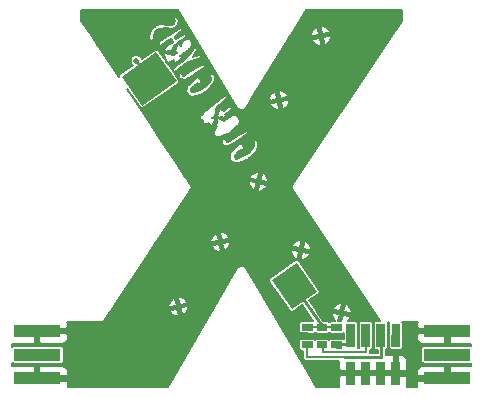
<source format=gbl>
G04 #@! TF.FileFunction,Copper,L2,Bot,Signal*
%FSLAX46Y46*%
G04 Gerber Fmt 4.6, Leading zero omitted, Abs format (unit mm)*
G04 Created by KiCad (PCBNEW 4.0.0-rc2-stable) date 3/3/2016 3:49:09 PM*
%MOMM*%
G01*
G04 APERTURE LIST*
%ADD10C,0.150000*%
%ADD11C,0.500000*%
%ADD12R,4.000000X1.000000*%
%ADD13C,0.600000*%
%ADD14C,0.254000*%
%ADD15C,0.152400*%
G04 APERTURE END LIST*
D10*
D11*
X64522048Y-38625520D03*
X60962358Y-44118085D03*
X74779001Y-44661622D03*
X71328731Y-39309221D03*
X73039090Y-21197440D03*
X69469410Y-26638906D03*
X67739247Y-33524516D03*
X64147507Y-28083287D03*
X60555772Y-22642059D03*
D12*
X83741430Y-50192207D03*
X83741430Y-48192207D03*
X83741430Y-46192207D03*
D13*
X82741430Y-50192207D03*
X82741430Y-48192207D03*
X82741430Y-46192207D03*
D12*
X49020836Y-46192207D03*
X49020836Y-48192207D03*
X49020836Y-50192207D03*
D13*
X50020836Y-46192207D03*
X50020836Y-48192207D03*
X50020836Y-50192207D03*
D10*
G36*
X70568773Y-44329355D02*
X68845768Y-41873494D01*
X70974181Y-40380223D01*
X72697186Y-42836084D01*
X70568773Y-44329355D01*
X70568773Y-44329355D01*
G37*
G36*
X57868695Y-27098045D02*
X56145690Y-24642184D01*
X59092723Y-22574579D01*
X60815728Y-25030440D01*
X57868695Y-27098045D01*
X57868695Y-27098045D01*
G37*
D11*
X57389473Y-23280933D03*
D10*
G36*
X75178252Y-50754686D02*
X75181333Y-48754689D01*
X75941332Y-48755860D01*
X75938251Y-50755857D01*
X75178252Y-50754686D01*
X75178252Y-50754686D01*
G37*
G36*
X76448251Y-50756643D02*
X76451332Y-48756646D01*
X77211331Y-48757817D01*
X77208250Y-50757814D01*
X76448251Y-50756643D01*
X76448251Y-50756643D01*
G37*
G36*
X77718249Y-50758599D02*
X77721330Y-48758602D01*
X78481329Y-48759773D01*
X78478248Y-50759770D01*
X77718249Y-50758599D01*
X77718249Y-50758599D01*
G37*
G36*
X78988248Y-50760556D02*
X78991329Y-48760559D01*
X79751328Y-48761730D01*
X79748247Y-50761727D01*
X78988248Y-50760556D01*
X78988248Y-50760556D01*
G37*
G36*
X75183182Y-47554690D02*
X75186263Y-45554693D01*
X75946262Y-45555864D01*
X75943181Y-47555861D01*
X75183182Y-47554690D01*
X75183182Y-47554690D01*
G37*
G36*
X76453181Y-47556647D02*
X76456262Y-45556650D01*
X77216261Y-45557821D01*
X77213180Y-47557818D01*
X76453181Y-47556647D01*
X76453181Y-47556647D01*
G37*
G36*
X77723179Y-47558603D02*
X77726260Y-45558606D01*
X78486259Y-45559777D01*
X78483178Y-47559774D01*
X77723179Y-47558603D01*
X77723179Y-47558603D01*
G37*
G36*
X79003178Y-47560576D02*
X79006259Y-45560578D01*
X79746258Y-45561718D01*
X79743177Y-47561716D01*
X79003178Y-47560576D01*
X79003178Y-47560576D01*
G37*
G36*
X73920340Y-46152742D02*
X73921265Y-45552743D01*
X74821264Y-45554130D01*
X74820339Y-46154129D01*
X73920340Y-46152742D01*
X73920340Y-46152742D01*
G37*
G36*
X73918029Y-47652741D02*
X73918954Y-47052742D01*
X74818953Y-47054129D01*
X74818028Y-47654128D01*
X73918029Y-47652741D01*
X73918029Y-47652741D01*
G37*
G36*
X72668031Y-47650815D02*
X72668956Y-47050816D01*
X73568955Y-47052203D01*
X73568030Y-47652202D01*
X72668031Y-47650815D01*
X72668031Y-47650815D01*
G37*
G36*
X72670342Y-46150817D02*
X72671267Y-45550818D01*
X73571266Y-45552205D01*
X73570341Y-46152204D01*
X72670342Y-46150817D01*
X72670342Y-46150817D01*
G37*
G36*
X71420343Y-46148891D02*
X71421268Y-45548892D01*
X72321267Y-45550279D01*
X72320342Y-46150278D01*
X71420343Y-46148891D01*
X71420343Y-46148891D01*
G37*
G36*
X71418032Y-47648889D02*
X71418957Y-47048890D01*
X72318956Y-47050277D01*
X72318031Y-47650276D01*
X71418032Y-47648889D01*
X71418032Y-47648889D01*
G37*
G36*
X74568414Y-47403743D02*
X74568723Y-47203743D01*
X75468722Y-47205129D01*
X75468413Y-47405129D01*
X74568414Y-47403743D01*
X74568414Y-47403743D01*
G37*
G36*
X73117414Y-48051508D02*
X73117722Y-47851508D01*
X76917718Y-47857362D01*
X76917410Y-48057362D01*
X73117414Y-48051508D01*
X73117414Y-48051508D01*
G37*
G36*
X71766723Y-48499428D02*
X71767031Y-48299428D01*
X78267023Y-48309442D01*
X78266715Y-48509442D01*
X71766723Y-48499428D01*
X71766723Y-48499428D01*
G37*
G36*
X73117568Y-47951508D02*
X73118184Y-47551508D01*
X73318184Y-47551816D01*
X73317568Y-47951816D01*
X73117568Y-47951508D01*
X73117568Y-47951508D01*
G37*
G36*
X76717564Y-47957055D02*
X76718180Y-47557055D01*
X76918180Y-47557363D01*
X76917564Y-47957363D01*
X76717564Y-47957055D01*
X76717564Y-47957055D01*
G37*
G36*
X78066946Y-48359134D02*
X78068178Y-47559135D01*
X78268178Y-47559444D01*
X78266946Y-48359443D01*
X78066946Y-48359134D01*
X78066946Y-48359134D01*
G37*
G36*
X71766954Y-48349427D02*
X71768186Y-47549428D01*
X71968186Y-47549737D01*
X71966954Y-48349736D01*
X71766954Y-48349427D01*
X71766954Y-48349427D01*
G37*
G36*
X72170651Y-45950047D02*
X72170959Y-45750047D01*
X74170957Y-45753129D01*
X74170649Y-45953129D01*
X72170651Y-45950047D01*
X72170651Y-45950047D01*
G37*
D14*
X58480000Y-24840000D02*
X57390000Y-23280000D01*
X58480000Y-24840000D02*
X57390000Y-23280000D01*
X58480000Y-24840000D02*
X57390000Y-23280000D01*
X58480000Y-24840000D02*
X57390000Y-23280000D01*
X58480000Y-24840000D02*
X57390000Y-23280000D01*
X58480000Y-24840000D02*
X57390000Y-23280000D01*
X58480000Y-24840000D02*
X57390000Y-23280000D01*
X58480000Y-24840000D02*
X57390000Y-23280000D01*
X58480000Y-24840000D02*
X57390000Y-23280000D01*
X70770000Y-42350000D02*
X73170000Y-45850000D01*
X70770000Y-42350000D02*
X73170000Y-45850000D01*
X70770000Y-42350000D02*
X73170000Y-45850000D01*
X70770000Y-42350000D02*
X73170000Y-45850000D01*
X70770000Y-42350000D02*
X73170000Y-45850000D01*
X70770000Y-42350000D02*
X73170000Y-45850000D01*
X70770000Y-42350000D02*
X73170000Y-45850000D01*
X70770000Y-42350000D02*
X73170000Y-45850000D01*
X70770000Y-42350000D02*
X73170000Y-45850000D01*
D15*
G36*
X65962129Y-27295036D02*
X65984581Y-27319433D01*
X66003000Y-27347000D01*
X66021042Y-27359056D01*
X66035739Y-27375026D01*
X66065819Y-27388974D01*
X66093384Y-27407393D01*
X66114669Y-27411627D01*
X66134356Y-27420756D01*
X66167482Y-27422132D01*
X66200000Y-27428600D01*
X66440000Y-27428600D01*
X66472053Y-27422224D01*
X66504709Y-27420981D01*
X66524862Y-27411720D01*
X66546616Y-27407393D01*
X66573789Y-27389236D01*
X66603483Y-27375591D01*
X66618558Y-27359323D01*
X66637000Y-27347000D01*
X66655157Y-27319827D01*
X66677369Y-27295856D01*
X66826187Y-27053666D01*
X68726848Y-27053666D01*
X68942094Y-27306261D01*
X69237619Y-27457256D01*
X69384690Y-27485220D01*
X69488028Y-27343153D01*
X69372445Y-26786716D01*
X68816007Y-26902299D01*
X68726848Y-27053666D01*
X66826187Y-27053666D01*
X67021463Y-26735871D01*
X69617220Y-26735871D01*
X69732803Y-27292309D01*
X69884170Y-27381468D01*
X70136765Y-27166222D01*
X70287760Y-26870697D01*
X70315724Y-26723626D01*
X70173657Y-26620288D01*
X69617220Y-26735871D01*
X67021463Y-26735871D01*
X67133104Y-26554186D01*
X68623096Y-26554186D01*
X68765163Y-26657524D01*
X69321600Y-26541941D01*
X69206017Y-25985503D01*
X69119699Y-25934659D01*
X69450792Y-25934659D01*
X69566375Y-26491096D01*
X70122813Y-26375513D01*
X70211972Y-26224146D01*
X69996726Y-25971551D01*
X69701201Y-25820556D01*
X69554130Y-25792592D01*
X69450792Y-25934659D01*
X69119699Y-25934659D01*
X69054650Y-25896344D01*
X68802055Y-26111590D01*
X68651060Y-26407115D01*
X68623096Y-26554186D01*
X67133104Y-26554186D01*
X70169816Y-21612200D01*
X72296528Y-21612200D01*
X72511774Y-21864795D01*
X72807299Y-22015790D01*
X72954370Y-22043754D01*
X73057708Y-21901687D01*
X72942125Y-21345250D01*
X72385687Y-21460833D01*
X72296528Y-21612200D01*
X70169816Y-21612200D01*
X70365092Y-21294405D01*
X73186900Y-21294405D01*
X73302483Y-21850843D01*
X73453850Y-21940002D01*
X73706445Y-21724756D01*
X73857440Y-21429231D01*
X73885404Y-21282160D01*
X73743337Y-21178822D01*
X73186900Y-21294405D01*
X70365092Y-21294405D01*
X70476733Y-21112720D01*
X72192776Y-21112720D01*
X72334843Y-21216058D01*
X72891280Y-21100475D01*
X72775697Y-20544037D01*
X72689379Y-20493193D01*
X73020472Y-20493193D01*
X73136055Y-21049630D01*
X73692493Y-20934047D01*
X73781652Y-20782680D01*
X73566406Y-20530085D01*
X73270881Y-20379090D01*
X73123810Y-20351126D01*
X73020472Y-20493193D01*
X72689379Y-20493193D01*
X72624330Y-20454878D01*
X72371735Y-20670124D01*
X72220740Y-20965649D01*
X72192776Y-21112720D01*
X70476733Y-21112720D01*
X71775801Y-18998600D01*
X79921400Y-18998600D01*
X79921400Y-19895397D01*
X70608446Y-33815079D01*
X70587907Y-33864580D01*
X70567062Y-33914118D01*
X70567058Y-33914828D01*
X70566786Y-33915484D01*
X70566753Y-33969204D01*
X70566453Y-34022821D01*
X70566720Y-34023477D01*
X70566720Y-34024188D01*
X70587248Y-34073831D01*
X70607489Y-34123482D01*
X77987489Y-45303482D01*
X78007327Y-45323544D01*
X78008943Y-45325963D01*
X77726619Y-45325528D01*
X77641881Y-45341338D01*
X77563999Y-45391284D01*
X77511685Y-45467595D01*
X77493182Y-45558247D01*
X77490101Y-47558244D01*
X77505911Y-47642982D01*
X77555857Y-47720864D01*
X77632168Y-47773178D01*
X77722820Y-47791681D01*
X77834741Y-47791853D01*
X77834304Y-48075697D01*
X77147035Y-48074638D01*
X77150488Y-48057721D01*
X77150796Y-47857721D01*
X77150899Y-47790801D01*
X77212821Y-47790896D01*
X77297559Y-47775086D01*
X77375441Y-47725140D01*
X77427755Y-47648829D01*
X77446258Y-47558177D01*
X77449339Y-45558180D01*
X77433529Y-45473442D01*
X77383583Y-45395560D01*
X77307272Y-45343246D01*
X77216620Y-45324743D01*
X76456621Y-45323572D01*
X76371883Y-45339382D01*
X76294001Y-45389328D01*
X76241687Y-45465639D01*
X76223184Y-45556291D01*
X76220103Y-47556288D01*
X76232592Y-47623228D01*
X76162604Y-47623120D01*
X76176259Y-47556220D01*
X76179340Y-45556223D01*
X76163530Y-45471485D01*
X76113584Y-45393603D01*
X76037273Y-45341289D01*
X75946621Y-45322786D01*
X75289344Y-45321773D01*
X75433008Y-45205404D01*
X75518218Y-45082315D01*
X75430274Y-44930238D01*
X74874780Y-44810203D01*
X74764411Y-45320964D01*
X74497144Y-45320552D01*
X74510385Y-45312895D01*
X74630420Y-44757401D01*
X74074925Y-44637366D01*
X73932036Y-44739563D01*
X74026333Y-45057749D01*
X74235219Y-45315629D01*
X74241762Y-45320158D01*
X73921624Y-45319665D01*
X73836886Y-45335475D01*
X73759004Y-45385421D01*
X73746957Y-45402994D01*
X73738588Y-45389944D01*
X73662277Y-45337630D01*
X73571625Y-45319127D01*
X73236791Y-45318611D01*
X72720608Y-44565843D01*
X74927582Y-44565843D01*
X75483077Y-44685878D01*
X75625966Y-44583681D01*
X75531669Y-44265495D01*
X75322783Y-44007615D01*
X75199694Y-43922405D01*
X75047617Y-44010349D01*
X74927582Y-44565843D01*
X72720608Y-44565843D01*
X72497810Y-44240929D01*
X74039784Y-44240929D01*
X74127728Y-44393006D01*
X74683222Y-44513041D01*
X74803257Y-43957546D01*
X74701060Y-43814657D01*
X74382874Y-43908954D01*
X74124994Y-44117840D01*
X74039784Y-44240929D01*
X72497810Y-44240929D01*
X72043976Y-43579089D01*
X72831051Y-43026886D01*
X72891244Y-42965183D01*
X72926182Y-42879513D01*
X72925037Y-42786999D01*
X72887988Y-42702219D01*
X71164983Y-40246358D01*
X71103280Y-40186165D01*
X71017610Y-40151227D01*
X70925096Y-40152372D01*
X70840316Y-40189421D01*
X68711903Y-41682692D01*
X68651710Y-41744395D01*
X68616772Y-41830065D01*
X68617917Y-41922579D01*
X68654966Y-42007359D01*
X70377971Y-44463220D01*
X70439674Y-44523413D01*
X70525344Y-44558351D01*
X70617858Y-44557206D01*
X70702638Y-44520157D01*
X71461739Y-43987580D01*
X72381918Y-45329507D01*
X72321626Y-45317201D01*
X71421627Y-45315814D01*
X71336889Y-45331624D01*
X71259007Y-45381570D01*
X71206693Y-45457881D01*
X71188190Y-45548533D01*
X71187265Y-46148532D01*
X71203075Y-46233270D01*
X71253021Y-46311152D01*
X71329332Y-46363466D01*
X71419984Y-46381969D01*
X72319983Y-46383356D01*
X72404721Y-46367546D01*
X72482603Y-46317600D01*
X72494650Y-46300027D01*
X72503020Y-46313078D01*
X72579331Y-46365392D01*
X72669983Y-46383895D01*
X73569982Y-46385282D01*
X73654720Y-46369472D01*
X73732602Y-46319526D01*
X73744649Y-46301953D01*
X73753018Y-46315003D01*
X73829329Y-46367317D01*
X73919981Y-46385820D01*
X74819980Y-46387207D01*
X74904718Y-46371397D01*
X74951973Y-46341092D01*
X74951162Y-46867796D01*
X74909964Y-46839554D01*
X74819312Y-46821051D01*
X73919313Y-46819664D01*
X73834575Y-46835474D01*
X73756693Y-46885420D01*
X73744646Y-46902993D01*
X73736277Y-46889942D01*
X73659966Y-46837628D01*
X73569314Y-46819125D01*
X72669315Y-46817738D01*
X72584577Y-46833548D01*
X72506695Y-46883494D01*
X72494648Y-46901067D01*
X72486278Y-46888016D01*
X72409967Y-46835702D01*
X72319315Y-46817199D01*
X71419316Y-46815812D01*
X71334578Y-46831622D01*
X71256696Y-46881568D01*
X71204382Y-46957879D01*
X71185879Y-47048531D01*
X71184954Y-47648530D01*
X71200764Y-47733268D01*
X71250710Y-47811150D01*
X71327021Y-47863464D01*
X71417673Y-47881967D01*
X71534595Y-47882147D01*
X71533953Y-48299069D01*
X71533645Y-48499069D01*
X71549455Y-48583807D01*
X71599401Y-48661689D01*
X71675712Y-48714003D01*
X71766364Y-48732506D01*
X74597160Y-48736867D01*
X74596955Y-48869993D01*
X74596092Y-49429938D01*
X74741917Y-49576213D01*
X75382266Y-49577199D01*
X75382297Y-49557199D01*
X75737897Y-49557747D01*
X75737866Y-49577747D01*
X76011915Y-49578169D01*
X76011916Y-49578170D01*
X76652265Y-49579156D01*
X76652296Y-49559156D01*
X77007896Y-49559704D01*
X77007865Y-49579704D01*
X77648214Y-49580691D01*
X77648215Y-49580690D01*
X77922263Y-49581112D01*
X77922294Y-49561112D01*
X78277894Y-49561660D01*
X78277863Y-49581660D01*
X78551912Y-49582082D01*
X78551913Y-49582083D01*
X79192262Y-49583069D01*
X79194204Y-48322721D01*
X79048379Y-48176446D01*
X78876024Y-48176180D01*
X78737141Y-48233457D01*
X78598434Y-48175752D01*
X78500308Y-48175601D01*
X78500902Y-47789478D01*
X78567557Y-47777042D01*
X78645439Y-47727096D01*
X78697753Y-47650785D01*
X78716256Y-47560133D01*
X78719337Y-45560136D01*
X78703527Y-45475398D01*
X78673515Y-45428600D01*
X78819768Y-45428600D01*
X78791684Y-45469567D01*
X78773181Y-45560219D01*
X78770100Y-47560217D01*
X78785910Y-47644955D01*
X78835856Y-47722837D01*
X78912167Y-47775151D01*
X79002819Y-47793654D01*
X79742818Y-47794794D01*
X79827556Y-47778984D01*
X79905438Y-47729038D01*
X79957752Y-47652727D01*
X79976255Y-47562075D01*
X79979336Y-45562077D01*
X79963526Y-45477339D01*
X79932270Y-45428600D01*
X81218286Y-45428600D01*
X81157230Y-45576002D01*
X81157230Y-45868357D01*
X81303280Y-46014407D01*
X81873510Y-46014407D01*
X81842018Y-46130540D01*
X81872812Y-46370007D01*
X81303280Y-46370007D01*
X81157230Y-46516057D01*
X81157230Y-46808412D01*
X81246169Y-47023130D01*
X81410508Y-47187468D01*
X81625226Y-47276407D01*
X83417580Y-47276407D01*
X83563630Y-47130357D01*
X83563630Y-46538605D01*
X83640842Y-46253874D01*
X83607476Y-45994407D01*
X83919230Y-45994407D01*
X83919230Y-46014407D01*
X83939230Y-46014407D01*
X83939230Y-46370007D01*
X83919230Y-46370007D01*
X83919230Y-47130357D01*
X84065280Y-47276407D01*
X85771400Y-47276407D01*
X85771400Y-47465198D01*
X85741430Y-47459129D01*
X81741430Y-47459129D01*
X81656716Y-47475069D01*
X81578912Y-47525135D01*
X81526715Y-47601527D01*
X81508352Y-47692207D01*
X81508352Y-48692207D01*
X81524292Y-48776921D01*
X81574358Y-48854725D01*
X81650750Y-48906922D01*
X81741430Y-48925285D01*
X85741430Y-48925285D01*
X85771400Y-48919646D01*
X85771400Y-49108007D01*
X84065280Y-49108007D01*
X83919230Y-49254057D01*
X83919230Y-50014407D01*
X83939230Y-50014407D01*
X83939230Y-50370007D01*
X83919230Y-50370007D01*
X83919230Y-50390007D01*
X83603926Y-50390007D01*
X83640842Y-50253874D01*
X83595977Y-49904990D01*
X83563630Y-49826897D01*
X83563630Y-49254057D01*
X83417580Y-49108007D01*
X81625226Y-49108007D01*
X81410508Y-49196946D01*
X81246169Y-49361284D01*
X81157230Y-49576002D01*
X81157230Y-49868357D01*
X81303280Y-50014407D01*
X81873510Y-50014407D01*
X81842018Y-50130540D01*
X81872812Y-50370007D01*
X81303280Y-50370007D01*
X81157230Y-50516057D01*
X81157230Y-50808412D01*
X81187463Y-50881400D01*
X80331198Y-50881400D01*
X80332267Y-50878831D01*
X80332625Y-50646423D01*
X80333488Y-50086478D01*
X80187663Y-49940203D01*
X79547314Y-49939217D01*
X79547283Y-49959217D01*
X79191683Y-49958669D01*
X79191714Y-49938669D01*
X78917665Y-49938247D01*
X78917664Y-49938246D01*
X78277315Y-49937260D01*
X78277284Y-49957260D01*
X77921684Y-49956712D01*
X77921715Y-49936712D01*
X77281366Y-49935725D01*
X77281365Y-49935726D01*
X77007317Y-49935304D01*
X77007286Y-49955304D01*
X76651686Y-49954756D01*
X76651717Y-49934756D01*
X76377668Y-49934334D01*
X76377667Y-49934333D01*
X75737318Y-49933347D01*
X75737287Y-49953347D01*
X75381687Y-49952799D01*
X75381718Y-49932799D01*
X74741369Y-49931812D01*
X74595094Y-50077637D01*
X74594231Y-50637581D01*
X74593873Y-50869990D01*
X74598579Y-50881400D01*
X72570291Y-50881400D01*
X71815796Y-49583617D01*
X79547862Y-49583617D01*
X80188211Y-49584604D01*
X80334486Y-49438779D01*
X80335349Y-48878835D01*
X80335707Y-48646426D01*
X80247099Y-48431571D01*
X80083014Y-48266979D01*
X79868433Y-48177709D01*
X79696078Y-48177444D01*
X79549804Y-48323269D01*
X79547862Y-49583617D01*
X71815796Y-49583617D01*
X66720854Y-40819974D01*
X66697018Y-40792959D01*
X66677000Y-40763000D01*
X66661369Y-40752556D01*
X66648934Y-40738462D01*
X66616576Y-40722625D01*
X66586616Y-40702607D01*
X66568179Y-40698940D01*
X66551296Y-40690677D01*
X66515336Y-40688429D01*
X66480000Y-40681400D01*
X66200000Y-40681400D01*
X66164664Y-40688429D01*
X66128704Y-40690677D01*
X66111820Y-40698940D01*
X66093384Y-40702607D01*
X66063428Y-40722623D01*
X66031066Y-40738461D01*
X66018629Y-40752557D01*
X66003000Y-40763000D01*
X65982983Y-40792958D01*
X65959146Y-40819974D01*
X60109709Y-50881400D01*
X51574803Y-50881400D01*
X51605036Y-50808412D01*
X51605036Y-50516057D01*
X51458986Y-50370007D01*
X50888756Y-50370007D01*
X50920248Y-50253874D01*
X50889454Y-50014407D01*
X51458986Y-50014407D01*
X51605036Y-49868357D01*
X51605036Y-49576002D01*
X51516097Y-49361284D01*
X51351758Y-49196946D01*
X51137040Y-49108007D01*
X49344686Y-49108007D01*
X49198636Y-49254057D01*
X49198636Y-49845809D01*
X49121424Y-50130540D01*
X49154790Y-50390007D01*
X48843036Y-50390007D01*
X48843036Y-50370007D01*
X48823036Y-50370007D01*
X48823036Y-50014407D01*
X48843036Y-50014407D01*
X48843036Y-49254057D01*
X48696986Y-49108007D01*
X46908600Y-49108007D01*
X46908600Y-48892193D01*
X46930156Y-48906922D01*
X47020836Y-48925285D01*
X51020836Y-48925285D01*
X51105550Y-48909345D01*
X51183354Y-48859279D01*
X51235551Y-48782887D01*
X51253914Y-48692207D01*
X51253914Y-47692207D01*
X51237974Y-47607493D01*
X51187908Y-47529689D01*
X51111516Y-47477492D01*
X51020836Y-47459129D01*
X47020836Y-47459129D01*
X46936122Y-47475069D01*
X46908600Y-47492779D01*
X46908600Y-47276407D01*
X48696986Y-47276407D01*
X48843036Y-47130357D01*
X48843036Y-46370007D01*
X48823036Y-46370007D01*
X48823036Y-46014407D01*
X48843036Y-46014407D01*
X48843036Y-45994407D01*
X49158340Y-45994407D01*
X49121424Y-46130540D01*
X49166289Y-46479424D01*
X49198636Y-46557517D01*
X49198636Y-47130357D01*
X49344686Y-47276407D01*
X51137040Y-47276407D01*
X51351758Y-47187468D01*
X51516097Y-47023130D01*
X51605036Y-46808412D01*
X51605036Y-46516057D01*
X51458986Y-46370007D01*
X50888756Y-46370007D01*
X50920248Y-46253874D01*
X50889454Y-46014407D01*
X51458986Y-46014407D01*
X51605036Y-45868357D01*
X51605036Y-45576002D01*
X51543980Y-45428600D01*
X54450000Y-45428600D01*
X54477923Y-45423046D01*
X54506392Y-45422833D01*
X54530713Y-45412545D01*
X54556616Y-45407393D01*
X54580288Y-45391576D01*
X54606508Y-45380485D01*
X54625042Y-45361672D01*
X54647000Y-45347000D01*
X54662816Y-45323329D01*
X54682798Y-45303047D01*
X55186437Y-44536966D01*
X60222113Y-44536966D01*
X60438759Y-44788361D01*
X60735119Y-44937711D01*
X60882343Y-44964857D01*
X60984890Y-44822218D01*
X60866216Y-44266431D01*
X60310429Y-44385105D01*
X60222113Y-44536966D01*
X55186437Y-44536966D01*
X55398613Y-44214227D01*
X61110704Y-44214227D01*
X61229378Y-44770014D01*
X61381239Y-44858330D01*
X61632634Y-44641684D01*
X61781984Y-44345324D01*
X61809130Y-44198100D01*
X61666491Y-44095553D01*
X61110704Y-44214227D01*
X55398613Y-44214227D01*
X55514424Y-44038070D01*
X60115586Y-44038070D01*
X60258225Y-44140617D01*
X60814012Y-44021943D01*
X60695338Y-43466156D01*
X60605573Y-43413952D01*
X60939826Y-43413952D01*
X61058500Y-43969739D01*
X61614287Y-43851065D01*
X61702603Y-43699204D01*
X61485957Y-43447809D01*
X61189597Y-43298459D01*
X61042373Y-43271313D01*
X60939826Y-43413952D01*
X60605573Y-43413952D01*
X60543477Y-43377840D01*
X60292082Y-43594486D01*
X60142732Y-43890846D01*
X60115586Y-44038070D01*
X55514424Y-44038070D01*
X58797381Y-39044401D01*
X63781803Y-39044401D01*
X63998449Y-39295796D01*
X64294809Y-39445146D01*
X64442033Y-39472292D01*
X64503235Y-39387162D01*
X70481766Y-39387162D01*
X70576063Y-39705348D01*
X70784949Y-39963228D01*
X70908038Y-40048438D01*
X70968805Y-40013297D01*
X71304475Y-40013297D01*
X71406672Y-40156186D01*
X71724858Y-40061889D01*
X71982738Y-39853003D01*
X72067948Y-39729914D01*
X71980004Y-39577837D01*
X71424510Y-39457802D01*
X71304475Y-40013297D01*
X70968805Y-40013297D01*
X71060115Y-39960494D01*
X71180150Y-39405000D01*
X70624655Y-39284965D01*
X70481766Y-39387162D01*
X64503235Y-39387162D01*
X64544580Y-39329653D01*
X64425906Y-38773866D01*
X63870119Y-38892540D01*
X63781803Y-39044401D01*
X58797381Y-39044401D01*
X59009557Y-38721662D01*
X64670394Y-38721662D01*
X64789068Y-39277449D01*
X64940929Y-39365765D01*
X65117683Y-39213442D01*
X71477312Y-39213442D01*
X72032807Y-39333477D01*
X72175696Y-39231280D01*
X72081399Y-38913094D01*
X71872513Y-38655214D01*
X71749424Y-38570004D01*
X71597347Y-38657948D01*
X71477312Y-39213442D01*
X65117683Y-39213442D01*
X65192324Y-39149119D01*
X65323648Y-38888528D01*
X70589514Y-38888528D01*
X70677458Y-39040605D01*
X71232952Y-39160640D01*
X71352987Y-38605145D01*
X71250790Y-38462256D01*
X70932604Y-38556553D01*
X70674724Y-38765439D01*
X70589514Y-38888528D01*
X65323648Y-38888528D01*
X65341674Y-38852759D01*
X65368820Y-38705535D01*
X65226181Y-38602988D01*
X64670394Y-38721662D01*
X59009557Y-38721662D01*
X59125368Y-38545505D01*
X63675276Y-38545505D01*
X63817915Y-38648052D01*
X64373702Y-38529378D01*
X64255028Y-37973591D01*
X64165263Y-37921387D01*
X64499516Y-37921387D01*
X64618190Y-38477174D01*
X65173977Y-38358500D01*
X65262293Y-38206639D01*
X65045647Y-37955244D01*
X64749287Y-37805894D01*
X64602063Y-37778748D01*
X64499516Y-37921387D01*
X64165263Y-37921387D01*
X64103167Y-37885275D01*
X63851772Y-38101921D01*
X63702422Y-38398281D01*
X63675276Y-38545505D01*
X59125368Y-38545505D01*
X62032798Y-34123047D01*
X62052906Y-34073458D01*
X62073279Y-34024188D01*
X62073278Y-34023216D01*
X62073646Y-34022309D01*
X62073246Y-33968813D01*
X62073214Y-33915483D01*
X62072840Y-33914582D01*
X62072833Y-33913608D01*
X62052014Y-33864389D01*
X62031554Y-33815079D01*
X61895448Y-33611646D01*
X66893178Y-33611646D01*
X66990924Y-33928791D01*
X67202597Y-34184388D01*
X67326604Y-34268257D01*
X67393134Y-34228813D01*
X67722636Y-34228813D01*
X67826377Y-34370585D01*
X68143522Y-34272839D01*
X68399119Y-34061166D01*
X68482988Y-33937159D01*
X68393397Y-33786046D01*
X67836633Y-33672049D01*
X67722636Y-34228813D01*
X67393134Y-34228813D01*
X67477717Y-34178666D01*
X67591714Y-33621902D01*
X67034950Y-33507905D01*
X66893178Y-33611646D01*
X61895448Y-33611646D01*
X61771998Y-33427130D01*
X67886780Y-33427130D01*
X68443544Y-33541127D01*
X68585316Y-33437386D01*
X68487570Y-33120241D01*
X68275897Y-32864644D01*
X68151890Y-32780775D01*
X68000777Y-32870366D01*
X67886780Y-33427130D01*
X61771998Y-33427130D01*
X61561076Y-33111873D01*
X66995506Y-33111873D01*
X67085097Y-33262986D01*
X67641861Y-33376983D01*
X67755858Y-32820219D01*
X67652117Y-32678447D01*
X67334972Y-32776193D01*
X67079375Y-32987866D01*
X66995506Y-33111873D01*
X61561076Y-33111873D01*
X60511985Y-31543842D01*
X65314049Y-31543842D01*
X65322655Y-31585653D01*
X65412655Y-31755653D01*
X65419851Y-31766782D01*
X65489851Y-31856782D01*
X65523959Y-31881612D01*
X65743959Y-31961612D01*
X65777113Y-31965867D01*
X66097113Y-31935867D01*
X66115629Y-31931761D01*
X66535629Y-31781761D01*
X66544078Y-31778155D01*
X66784078Y-31658155D01*
X66792268Y-31653402D01*
X66822268Y-31633402D01*
X66828133Y-31629073D01*
X67098133Y-31409073D01*
X67105211Y-31402518D01*
X67495211Y-30992518D01*
X67507390Y-30975567D01*
X67697390Y-30615567D01*
X67706163Y-30582380D01*
X67716163Y-30262380D01*
X67706160Y-30222194D01*
X67626160Y-30082194D01*
X67613882Y-30066118D01*
X67573882Y-30026118D01*
X67549646Y-30009803D01*
X67520000Y-30003800D01*
X67420000Y-30003800D01*
X67390582Y-30009708D01*
X67365552Y-30026691D01*
X67349101Y-30052074D01*
X67343823Y-30081858D01*
X67353449Y-30476519D01*
X67273475Y-30680898D01*
X66957677Y-31063683D01*
X66726827Y-31227201D01*
X66611298Y-31304221D01*
X66291188Y-31469126D01*
X65948618Y-31573800D01*
X65814675Y-31573800D01*
X65801814Y-31568655D01*
X65718917Y-31433007D01*
X65733055Y-31319910D01*
X65973294Y-31005750D01*
X66192906Y-30852977D01*
X66225630Y-30831160D01*
X66384302Y-30864565D01*
X66414271Y-30864852D01*
X66442268Y-30853402D01*
X66472268Y-30833402D01*
X66490960Y-30815720D01*
X66520960Y-30775720D01*
X66530197Y-30759646D01*
X66536200Y-30730000D01*
X66536200Y-30630000D01*
X66534353Y-30613323D01*
X66522006Y-30585710D01*
X66372006Y-30375710D01*
X66341532Y-30350630D01*
X66231532Y-30300630D01*
X66209221Y-30294360D01*
X66179066Y-30296732D01*
X66109066Y-30316732D01*
X66094659Y-30322491D01*
X66071179Y-30341559D01*
X65934068Y-30508050D01*
X65487357Y-30934908D01*
X65475574Y-30949310D01*
X65355574Y-31139310D01*
X65344049Y-31173842D01*
X65314049Y-31543842D01*
X60511985Y-31543842D01*
X59523837Y-30066899D01*
X64654113Y-30066899D01*
X64674113Y-30286899D01*
X64690083Y-30327078D01*
X64800083Y-30467078D01*
X64817631Y-30483335D01*
X64845610Y-30494829D01*
X65105610Y-30544829D01*
X65126875Y-30545889D01*
X65155859Y-30537235D01*
X65305859Y-30457235D01*
X65306857Y-30456693D01*
X65686857Y-30246693D01*
X65691206Y-30244098D01*
X66111206Y-29974098D01*
X66111626Y-29973826D01*
X66801626Y-29523826D01*
X66819502Y-29507602D01*
X66859502Y-29457602D01*
X66875291Y-29421736D01*
X66873925Y-29391519D01*
X66863925Y-29351519D01*
X66853402Y-29327732D01*
X66833402Y-29297732D01*
X66809205Y-29274659D01*
X66759205Y-29244659D01*
X66718338Y-29233818D01*
X66688830Y-29240467D01*
X66398830Y-29370467D01*
X66389614Y-29375383D01*
X66149614Y-29525383D01*
X66148259Y-29526250D01*
X65311965Y-30073824D01*
X65072803Y-30193404D01*
X65055938Y-30170917D01*
X64959370Y-29958468D01*
X64944621Y-29936868D01*
X64919646Y-29919803D01*
X64890000Y-29913800D01*
X64760000Y-29913800D01*
X64732680Y-29918866D01*
X64707157Y-29935099D01*
X64689961Y-29959983D01*
X64659961Y-30029983D01*
X64654113Y-30066899D01*
X59523837Y-30066899D01*
X58195520Y-28081519D01*
X62796075Y-28081519D01*
X62797014Y-28121896D01*
X62827014Y-28221896D01*
X62831845Y-28234078D01*
X62851845Y-28274078D01*
X62862516Y-28290020D01*
X62886506Y-28308444D01*
X62915773Y-28316083D01*
X63068811Y-28324585D01*
X63009040Y-28404280D01*
X63000383Y-28419019D01*
X62993814Y-28448545D01*
X62999250Y-28478300D01*
X63019250Y-28528300D01*
X63026598Y-28542268D01*
X63066598Y-28602268D01*
X63076118Y-28613882D01*
X63106118Y-28643882D01*
X63134527Y-28661816D01*
X63164475Y-28666069D01*
X63334475Y-28656069D01*
X63356041Y-28651612D01*
X63493613Y-28601586D01*
X63610857Y-28743159D01*
X63734864Y-28827028D01*
X63885977Y-28737437D01*
X63954389Y-28403310D01*
X64242973Y-28240197D01*
X64235930Y-28274596D01*
X64161648Y-28348878D01*
X64210681Y-28397911D01*
X64130896Y-28787584D01*
X64203641Y-28886998D01*
X64072145Y-29040410D01*
X64060813Y-29058068D01*
X63940813Y-29318068D01*
X63933800Y-29350000D01*
X63933800Y-29470000D01*
X63936055Y-29488401D01*
X63949040Y-29515720D01*
X64009040Y-29595720D01*
X64011462Y-29598782D01*
X64061462Y-29658782D01*
X64097271Y-29682731D01*
X64257271Y-29732731D01*
X64280000Y-29736200D01*
X64380000Y-29736200D01*
X64418585Y-29725709D01*
X64441110Y-29705520D01*
X64450752Y-29685060D01*
X64475618Y-29708002D01*
X64504784Y-29716021D01*
X64534771Y-29712061D01*
X64854771Y-29602061D01*
X64864707Y-29597837D01*
X65294707Y-29377837D01*
X65303374Y-29372651D01*
X65693374Y-29102651D01*
X65706787Y-29090810D01*
X66046787Y-28710810D01*
X66060338Y-28689308D01*
X66160338Y-28449308D01*
X66165887Y-28426899D01*
X66175887Y-28316899D01*
X66175013Y-28296600D01*
X66163889Y-28268472D01*
X66033889Y-28068472D01*
X66019221Y-28051830D01*
X65889221Y-27941830D01*
X65848415Y-27924266D01*
X65578415Y-27894266D01*
X65560913Y-27894344D01*
X65532194Y-27903840D01*
X65392194Y-27983840D01*
X65388374Y-27986174D01*
X64928374Y-28286174D01*
X64927732Y-28286598D01*
X64812633Y-28363331D01*
X64801657Y-28344817D01*
X64624141Y-28308471D01*
X64433713Y-28118043D01*
X64554720Y-28039070D01*
X64851804Y-28099898D01*
X64993576Y-27996157D01*
X64931096Y-27793435D01*
X65221646Y-27603813D01*
X65228133Y-27599073D01*
X65498133Y-27379073D01*
X65511110Y-27365520D01*
X65524005Y-27338158D01*
X65525239Y-27307936D01*
X65514617Y-27279614D01*
X65464617Y-27199614D01*
X65448605Y-27181315D01*
X65421944Y-27167028D01*
X65391825Y-27164240D01*
X65362994Y-27173389D01*
X65285900Y-27216219D01*
X65220549Y-27224388D01*
X65184508Y-27238870D01*
X64780385Y-27539612D01*
X64684157Y-27423415D01*
X64560150Y-27339546D01*
X64409037Y-27429137D01*
X64324965Y-27839746D01*
X64033855Y-28012839D01*
X63780242Y-28135683D01*
X63773467Y-28134296D01*
X63861602Y-28048832D01*
X63881916Y-28069146D01*
X64021224Y-27929838D01*
X64050121Y-27935754D01*
X64059084Y-27891978D01*
X64133366Y-27817696D01*
X64114150Y-27798480D01*
X64120197Y-27789646D01*
X64126200Y-27760000D01*
X64126200Y-27700000D01*
X64113402Y-27657732D01*
X64108539Y-27650438D01*
X64164118Y-27378990D01*
X64126658Y-27327798D01*
X65019387Y-26568029D01*
X65038155Y-26544078D01*
X65088155Y-26444078D01*
X65094507Y-26425975D01*
X65094852Y-26395729D01*
X65083402Y-26367732D01*
X65043402Y-26307732D01*
X65025720Y-26289040D01*
X64985720Y-26259040D01*
X64955304Y-26245353D01*
X64925056Y-26245280D01*
X64875056Y-26255280D01*
X64842323Y-26270558D01*
X63882323Y-27040558D01*
X63880121Y-27042393D01*
X63060121Y-27752393D01*
X63053922Y-27758408D01*
X62823922Y-28008408D01*
X62806075Y-28041519D01*
X62796075Y-28081519D01*
X58195520Y-28081519D01*
X56582511Y-25670623D01*
X57677893Y-27231910D01*
X57739596Y-27292103D01*
X57825266Y-27327041D01*
X57917780Y-27325896D01*
X58002560Y-27288847D01*
X59962647Y-25913672D01*
X61644063Y-25913672D01*
X61651845Y-25954078D01*
X61741845Y-26134078D01*
X61749851Y-26146782D01*
X61819851Y-26236782D01*
X61853959Y-26261612D01*
X62073959Y-26341612D01*
X62109451Y-26345612D01*
X62429451Y-26305612D01*
X62444097Y-26302290D01*
X62864097Y-26162290D01*
X62874078Y-26158155D01*
X63114078Y-26038155D01*
X63122268Y-26033402D01*
X63152268Y-26013402D01*
X63158133Y-26009073D01*
X63428133Y-25789073D01*
X63435211Y-25782518D01*
X63825211Y-25372518D01*
X63837390Y-25355567D01*
X64027390Y-24995567D01*
X64036163Y-24962380D01*
X64046163Y-24642380D01*
X64037235Y-24604141D01*
X63957235Y-24454141D01*
X63935720Y-24429040D01*
X63895720Y-24399040D01*
X63879646Y-24389803D01*
X63850000Y-24383800D01*
X63750000Y-24383800D01*
X63720539Y-24389726D01*
X63695519Y-24406724D01*
X63679084Y-24432118D01*
X63673824Y-24461904D01*
X63683440Y-24846542D01*
X63603303Y-25051337D01*
X63287294Y-25443954D01*
X63058700Y-25605874D01*
X62942565Y-25673620D01*
X62620315Y-25849392D01*
X62278618Y-25953800D01*
X62151107Y-25953800D01*
X62134368Y-25943757D01*
X62048885Y-25811646D01*
X62063165Y-25690263D01*
X62302830Y-25386073D01*
X62522906Y-25232977D01*
X62555630Y-25211160D01*
X62714302Y-25244565D01*
X62744271Y-25244852D01*
X62772268Y-25233402D01*
X62802268Y-25213402D01*
X62820960Y-25195720D01*
X62850960Y-25155720D01*
X62860197Y-25139646D01*
X62866200Y-25110000D01*
X62866200Y-25010000D01*
X62853402Y-24967732D01*
X62753402Y-24817732D01*
X62748538Y-24811218D01*
X62698538Y-24751218D01*
X62671532Y-24730630D01*
X62561532Y-24680630D01*
X62535927Y-24674031D01*
X62505903Y-24677710D01*
X62445903Y-24697710D01*
X62411179Y-24721559D01*
X62274622Y-24887378D01*
X61818621Y-25303727D01*
X61804659Y-25320795D01*
X61684659Y-25520795D01*
X61674063Y-25553672D01*
X61644063Y-25913672D01*
X59962647Y-25913672D01*
X60949593Y-25221242D01*
X61009786Y-25159539D01*
X61044724Y-25073869D01*
X61043579Y-24981355D01*
X61006530Y-24896575D01*
X60691043Y-24446899D01*
X60984113Y-24446899D01*
X61004113Y-24666899D01*
X61020083Y-24707078D01*
X61130083Y-24847078D01*
X61147631Y-24863335D01*
X61175610Y-24874829D01*
X61435610Y-24924829D01*
X61456875Y-24925889D01*
X61485859Y-24917235D01*
X61635859Y-24837235D01*
X61636857Y-24836693D01*
X62016857Y-24626693D01*
X62021206Y-24624098D01*
X62441206Y-24354098D01*
X62441626Y-24353826D01*
X63131626Y-23903826D01*
X63149502Y-23887602D01*
X63189502Y-23837602D01*
X63204647Y-23805304D01*
X63204720Y-23775056D01*
X63194720Y-23725056D01*
X63183402Y-23697732D01*
X63163402Y-23667732D01*
X63153596Y-23655834D01*
X63128300Y-23639250D01*
X63078300Y-23619250D01*
X63050554Y-23613802D01*
X63020865Y-23619590D01*
X62730865Y-23739590D01*
X62717732Y-23746598D01*
X62478290Y-23906226D01*
X61641399Y-24444228D01*
X61401772Y-24572029D01*
X61385938Y-24550917D01*
X61289370Y-24338468D01*
X61278535Y-24321214D01*
X61254943Y-24302284D01*
X61225844Y-24294024D01*
X61095844Y-24284024D01*
X61059430Y-24290201D01*
X61034682Y-24307594D01*
X61018652Y-24333244D01*
X60988652Y-24413244D01*
X60984113Y-24446899D01*
X60691043Y-24446899D01*
X60390260Y-24018183D01*
X60464722Y-24018183D01*
X60466055Y-24048401D01*
X60479040Y-24075720D01*
X60539040Y-24155720D01*
X60557732Y-24173402D01*
X60617732Y-24213402D01*
X60650052Y-24225548D01*
X60680228Y-24223466D01*
X60707217Y-24209808D01*
X61465615Y-23611073D01*
X61774141Y-23393290D01*
X61809066Y-23403268D01*
X61850394Y-23403420D01*
X62390394Y-23253420D01*
X62395439Y-23251828D01*
X62875439Y-23081828D01*
X62889205Y-23075341D01*
X62939205Y-23045341D01*
X62956519Y-23031108D01*
X62971950Y-23005093D01*
X62976044Y-22975123D01*
X62968155Y-22945922D01*
X62938155Y-22885922D01*
X62927909Y-22870472D01*
X62904078Y-22851845D01*
X62844078Y-22821845D01*
X62824280Y-22815150D01*
X62794034Y-22815491D01*
X62374034Y-22905491D01*
X62367733Y-22907126D01*
X62174499Y-22966170D01*
X62301196Y-22795404D01*
X62303659Y-22791881D01*
X62553659Y-22411881D01*
X62565612Y-22379451D01*
X62575612Y-22299451D01*
X62575576Y-22280267D01*
X62565835Y-22251630D01*
X62545720Y-22229040D01*
X62505720Y-22199040D01*
X62489646Y-22189803D01*
X62460000Y-22183800D01*
X62360000Y-22183800D01*
X62319080Y-22195719D01*
X62297295Y-22216704D01*
X62009293Y-22633811D01*
X61557661Y-23173805D01*
X61386182Y-23297651D01*
X60787009Y-23707086D01*
X60779133Y-23713264D01*
X60489133Y-23973264D01*
X60475250Y-23989826D01*
X60464722Y-24018183D01*
X60390260Y-24018183D01*
X59485916Y-22729189D01*
X59709703Y-22729189D01*
X59807449Y-23046334D01*
X59849396Y-23096985D01*
X59829678Y-23116703D01*
X59927606Y-23214631D01*
X59926118Y-23216118D01*
X59910383Y-23239019D01*
X59903814Y-23268545D01*
X59909250Y-23298300D01*
X59929250Y-23348300D01*
X59936598Y-23362268D01*
X59996598Y-23452268D01*
X60012636Y-23469692D01*
X60039591Y-23483416D01*
X60069762Y-23485572D01*
X60098395Y-23475820D01*
X60568842Y-23201392D01*
X60539161Y-23346356D01*
X60642902Y-23488128D01*
X60960047Y-23390382D01*
X61215644Y-23178709D01*
X61299513Y-23054702D01*
X61209922Y-22903589D01*
X61100958Y-22881279D01*
X61166967Y-22820347D01*
X61591580Y-22543855D01*
X61595720Y-22540960D01*
X61675720Y-22480960D01*
X61691909Y-22464426D01*
X61704316Y-22436840D01*
X61704692Y-22420526D01*
X61725144Y-22426045D01*
X61755112Y-22421943D01*
X61781124Y-22406505D01*
X61991124Y-22216505D01*
X62009187Y-22191932D01*
X62129187Y-21931932D01*
X62135678Y-21891097D01*
X62115678Y-21721097D01*
X62108155Y-21695922D01*
X62068155Y-21615922D01*
X62059502Y-21602398D01*
X62019502Y-21552398D01*
X61996489Y-21533104D01*
X61886489Y-21473104D01*
X61843101Y-21464113D01*
X61623101Y-21484113D01*
X61599983Y-21489961D01*
X61389983Y-21579961D01*
X61368742Y-21593617D01*
X61258742Y-21693617D01*
X61235959Y-21731990D01*
X61156329Y-22059355D01*
X61092422Y-21982187D01*
X60968415Y-21898318D01*
X60817302Y-21987909D01*
X60703305Y-22544673D01*
X60881683Y-22581196D01*
X60867994Y-22595710D01*
X60831969Y-22646145D01*
X60684639Y-22698144D01*
X60667732Y-22706598D01*
X60471440Y-22837459D01*
X60402323Y-22768342D01*
X60408239Y-22739445D01*
X60364463Y-22730482D01*
X60290181Y-22656200D01*
X60241148Y-22705233D01*
X59851475Y-22625448D01*
X59709703Y-22729189D01*
X59485916Y-22729189D01*
X59283525Y-22440714D01*
X59221822Y-22380521D01*
X59136152Y-22345583D01*
X59043638Y-22346728D01*
X58958858Y-22383777D01*
X57856256Y-23157350D01*
X57795447Y-23010182D01*
X57660932Y-22875433D01*
X57485090Y-22802417D01*
X57294691Y-22802250D01*
X57118722Y-22874959D01*
X56983973Y-23009474D01*
X56910957Y-23185316D01*
X56910790Y-23375715D01*
X56983499Y-23551684D01*
X57111473Y-23679881D01*
X56011825Y-24451382D01*
X55951632Y-24513085D01*
X55916694Y-24598755D01*
X55917661Y-24676899D01*
X53993340Y-21800695D01*
X59264554Y-21800695D01*
X59274659Y-21829205D01*
X59303156Y-21876700D01*
X59331845Y-21934078D01*
X59346118Y-21953882D01*
X59386118Y-21993882D01*
X59404984Y-22007678D01*
X59434073Y-22015969D01*
X59464097Y-22012290D01*
X59524097Y-21992290D01*
X59544290Y-21982006D01*
X60033651Y-21632462D01*
X60340919Y-21422226D01*
X60411845Y-21564078D01*
X60416025Y-21571396D01*
X60486888Y-21680912D01*
X60227224Y-21870397D01*
X60151497Y-21893736D01*
X59895900Y-22105409D01*
X59821947Y-22214755D01*
X59790037Y-22242466D01*
X59774702Y-22260725D01*
X59764566Y-22289224D01*
X59754566Y-22359224D01*
X59756666Y-22390702D01*
X59770498Y-22417602D01*
X59810498Y-22467602D01*
X59816118Y-22473882D01*
X59856118Y-22513882D01*
X59884907Y-22531950D01*
X59914877Y-22536044D01*
X59944078Y-22528155D01*
X60024078Y-22488155D01*
X60035897Y-22480827D01*
X60111792Y-22423561D01*
X60458386Y-22494526D01*
X60538901Y-22101287D01*
X61135897Y-21650827D01*
X61139906Y-21647584D01*
X61589906Y-21257584D01*
X61613684Y-21219421D01*
X61615434Y-21189224D01*
X61605434Y-21119224D01*
X61593402Y-21087732D01*
X61573402Y-21057732D01*
X61538745Y-21029430D01*
X61509024Y-21023806D01*
X61479458Y-21030189D01*
X61319458Y-21100189D01*
X61309614Y-21105383D01*
X60989614Y-21305383D01*
X60981867Y-21310927D01*
X60780931Y-21474653D01*
X60755820Y-21431605D01*
X60755341Y-21430795D01*
X60700862Y-21339996D01*
X60669511Y-21222433D01*
X60674455Y-21207603D01*
X60864290Y-21072006D01*
X60869590Y-21067855D01*
X61219590Y-20767855D01*
X61243416Y-20730409D01*
X61245572Y-20700238D01*
X61235820Y-20671605D01*
X61165820Y-20551605D01*
X61142834Y-20526979D01*
X61114941Y-20515279D01*
X61084693Y-20515353D01*
X61056857Y-20527189D01*
X60067507Y-21206742D01*
X59428192Y-21626293D01*
X59424280Y-21629040D01*
X59344280Y-21689040D01*
X59342398Y-21690498D01*
X59292398Y-21730498D01*
X59279728Y-21743377D01*
X59266338Y-21770499D01*
X59264554Y-21800695D01*
X53993340Y-21800695D01*
X53608458Y-21225429D01*
X58473994Y-21225429D01*
X58483994Y-21365429D01*
X58494180Y-21398395D01*
X58564180Y-21518395D01*
X58576118Y-21533882D01*
X58616118Y-21573882D01*
X58634984Y-21587678D01*
X58664073Y-21595969D01*
X58694097Y-21592290D01*
X58754097Y-21572290D01*
X58777602Y-21559502D01*
X58827602Y-21519502D01*
X58850197Y-21489646D01*
X58856200Y-21460000D01*
X58856200Y-21181986D01*
X58948607Y-20895524D01*
X59052435Y-20757086D01*
X59120386Y-20714617D01*
X59124819Y-20711626D01*
X59227448Y-20636987D01*
X59376310Y-20575691D01*
X59945871Y-20556384D01*
X60359224Y-20615434D01*
X60396756Y-20611348D01*
X60556756Y-20551348D01*
X60569734Y-20545020D01*
X60749734Y-20435020D01*
X60770530Y-20416288D01*
X60900530Y-20246288D01*
X60914329Y-20216784D01*
X60984329Y-19906784D01*
X60986044Y-19885123D01*
X60978155Y-19855922D01*
X60908155Y-19715922D01*
X60903402Y-19707732D01*
X60883402Y-19677732D01*
X60865720Y-19659040D01*
X60825720Y-19629040D01*
X60809646Y-19619803D01*
X60780000Y-19613800D01*
X60670000Y-19613800D01*
X60649298Y-19616666D01*
X60622398Y-19630498D01*
X60572398Y-19670498D01*
X60558315Y-19685262D01*
X60545770Y-19712786D01*
X60544921Y-19743022D01*
X60555902Y-19771206D01*
X60632187Y-19889871D01*
X60624840Y-19992725D01*
X60556409Y-20163803D01*
X60520893Y-20193399D01*
X60416618Y-20233505D01*
X59958127Y-20223953D01*
X59604544Y-20155201D01*
X59575056Y-20155280D01*
X59275056Y-20215280D01*
X59257776Y-20220949D01*
X59107776Y-20290949D01*
X59100795Y-20294659D01*
X58950795Y-20384659D01*
X58941747Y-20391024D01*
X58831747Y-20481024D01*
X58824682Y-20487594D01*
X58644682Y-20677594D01*
X58631257Y-20697123D01*
X58521257Y-20927123D01*
X58514686Y-20948413D01*
X58474686Y-21208413D01*
X58473994Y-21225429D01*
X53608458Y-21225429D01*
X52718600Y-19895397D01*
X52718600Y-18998600D01*
X60903567Y-18998600D01*
X65962129Y-27295036D01*
X65962129Y-27295036D01*
G37*
X65962129Y-27295036D02*
X65984581Y-27319433D01*
X66003000Y-27347000D01*
X66021042Y-27359056D01*
X66035739Y-27375026D01*
X66065819Y-27388974D01*
X66093384Y-27407393D01*
X66114669Y-27411627D01*
X66134356Y-27420756D01*
X66167482Y-27422132D01*
X66200000Y-27428600D01*
X66440000Y-27428600D01*
X66472053Y-27422224D01*
X66504709Y-27420981D01*
X66524862Y-27411720D01*
X66546616Y-27407393D01*
X66573789Y-27389236D01*
X66603483Y-27375591D01*
X66618558Y-27359323D01*
X66637000Y-27347000D01*
X66655157Y-27319827D01*
X66677369Y-27295856D01*
X66826187Y-27053666D01*
X68726848Y-27053666D01*
X68942094Y-27306261D01*
X69237619Y-27457256D01*
X69384690Y-27485220D01*
X69488028Y-27343153D01*
X69372445Y-26786716D01*
X68816007Y-26902299D01*
X68726848Y-27053666D01*
X66826187Y-27053666D01*
X67021463Y-26735871D01*
X69617220Y-26735871D01*
X69732803Y-27292309D01*
X69884170Y-27381468D01*
X70136765Y-27166222D01*
X70287760Y-26870697D01*
X70315724Y-26723626D01*
X70173657Y-26620288D01*
X69617220Y-26735871D01*
X67021463Y-26735871D01*
X67133104Y-26554186D01*
X68623096Y-26554186D01*
X68765163Y-26657524D01*
X69321600Y-26541941D01*
X69206017Y-25985503D01*
X69119699Y-25934659D01*
X69450792Y-25934659D01*
X69566375Y-26491096D01*
X70122813Y-26375513D01*
X70211972Y-26224146D01*
X69996726Y-25971551D01*
X69701201Y-25820556D01*
X69554130Y-25792592D01*
X69450792Y-25934659D01*
X69119699Y-25934659D01*
X69054650Y-25896344D01*
X68802055Y-26111590D01*
X68651060Y-26407115D01*
X68623096Y-26554186D01*
X67133104Y-26554186D01*
X70169816Y-21612200D01*
X72296528Y-21612200D01*
X72511774Y-21864795D01*
X72807299Y-22015790D01*
X72954370Y-22043754D01*
X73057708Y-21901687D01*
X72942125Y-21345250D01*
X72385687Y-21460833D01*
X72296528Y-21612200D01*
X70169816Y-21612200D01*
X70365092Y-21294405D01*
X73186900Y-21294405D01*
X73302483Y-21850843D01*
X73453850Y-21940002D01*
X73706445Y-21724756D01*
X73857440Y-21429231D01*
X73885404Y-21282160D01*
X73743337Y-21178822D01*
X73186900Y-21294405D01*
X70365092Y-21294405D01*
X70476733Y-21112720D01*
X72192776Y-21112720D01*
X72334843Y-21216058D01*
X72891280Y-21100475D01*
X72775697Y-20544037D01*
X72689379Y-20493193D01*
X73020472Y-20493193D01*
X73136055Y-21049630D01*
X73692493Y-20934047D01*
X73781652Y-20782680D01*
X73566406Y-20530085D01*
X73270881Y-20379090D01*
X73123810Y-20351126D01*
X73020472Y-20493193D01*
X72689379Y-20493193D01*
X72624330Y-20454878D01*
X72371735Y-20670124D01*
X72220740Y-20965649D01*
X72192776Y-21112720D01*
X70476733Y-21112720D01*
X71775801Y-18998600D01*
X79921400Y-18998600D01*
X79921400Y-19895397D01*
X70608446Y-33815079D01*
X70587907Y-33864580D01*
X70567062Y-33914118D01*
X70567058Y-33914828D01*
X70566786Y-33915484D01*
X70566753Y-33969204D01*
X70566453Y-34022821D01*
X70566720Y-34023477D01*
X70566720Y-34024188D01*
X70587248Y-34073831D01*
X70607489Y-34123482D01*
X77987489Y-45303482D01*
X78007327Y-45323544D01*
X78008943Y-45325963D01*
X77726619Y-45325528D01*
X77641881Y-45341338D01*
X77563999Y-45391284D01*
X77511685Y-45467595D01*
X77493182Y-45558247D01*
X77490101Y-47558244D01*
X77505911Y-47642982D01*
X77555857Y-47720864D01*
X77632168Y-47773178D01*
X77722820Y-47791681D01*
X77834741Y-47791853D01*
X77834304Y-48075697D01*
X77147035Y-48074638D01*
X77150488Y-48057721D01*
X77150796Y-47857721D01*
X77150899Y-47790801D01*
X77212821Y-47790896D01*
X77297559Y-47775086D01*
X77375441Y-47725140D01*
X77427755Y-47648829D01*
X77446258Y-47558177D01*
X77449339Y-45558180D01*
X77433529Y-45473442D01*
X77383583Y-45395560D01*
X77307272Y-45343246D01*
X77216620Y-45324743D01*
X76456621Y-45323572D01*
X76371883Y-45339382D01*
X76294001Y-45389328D01*
X76241687Y-45465639D01*
X76223184Y-45556291D01*
X76220103Y-47556288D01*
X76232592Y-47623228D01*
X76162604Y-47623120D01*
X76176259Y-47556220D01*
X76179340Y-45556223D01*
X76163530Y-45471485D01*
X76113584Y-45393603D01*
X76037273Y-45341289D01*
X75946621Y-45322786D01*
X75289344Y-45321773D01*
X75433008Y-45205404D01*
X75518218Y-45082315D01*
X75430274Y-44930238D01*
X74874780Y-44810203D01*
X74764411Y-45320964D01*
X74497144Y-45320552D01*
X74510385Y-45312895D01*
X74630420Y-44757401D01*
X74074925Y-44637366D01*
X73932036Y-44739563D01*
X74026333Y-45057749D01*
X74235219Y-45315629D01*
X74241762Y-45320158D01*
X73921624Y-45319665D01*
X73836886Y-45335475D01*
X73759004Y-45385421D01*
X73746957Y-45402994D01*
X73738588Y-45389944D01*
X73662277Y-45337630D01*
X73571625Y-45319127D01*
X73236791Y-45318611D01*
X72720608Y-44565843D01*
X74927582Y-44565843D01*
X75483077Y-44685878D01*
X75625966Y-44583681D01*
X75531669Y-44265495D01*
X75322783Y-44007615D01*
X75199694Y-43922405D01*
X75047617Y-44010349D01*
X74927582Y-44565843D01*
X72720608Y-44565843D01*
X72497810Y-44240929D01*
X74039784Y-44240929D01*
X74127728Y-44393006D01*
X74683222Y-44513041D01*
X74803257Y-43957546D01*
X74701060Y-43814657D01*
X74382874Y-43908954D01*
X74124994Y-44117840D01*
X74039784Y-44240929D01*
X72497810Y-44240929D01*
X72043976Y-43579089D01*
X72831051Y-43026886D01*
X72891244Y-42965183D01*
X72926182Y-42879513D01*
X72925037Y-42786999D01*
X72887988Y-42702219D01*
X71164983Y-40246358D01*
X71103280Y-40186165D01*
X71017610Y-40151227D01*
X70925096Y-40152372D01*
X70840316Y-40189421D01*
X68711903Y-41682692D01*
X68651710Y-41744395D01*
X68616772Y-41830065D01*
X68617917Y-41922579D01*
X68654966Y-42007359D01*
X70377971Y-44463220D01*
X70439674Y-44523413D01*
X70525344Y-44558351D01*
X70617858Y-44557206D01*
X70702638Y-44520157D01*
X71461739Y-43987580D01*
X72381918Y-45329507D01*
X72321626Y-45317201D01*
X71421627Y-45315814D01*
X71336889Y-45331624D01*
X71259007Y-45381570D01*
X71206693Y-45457881D01*
X71188190Y-45548533D01*
X71187265Y-46148532D01*
X71203075Y-46233270D01*
X71253021Y-46311152D01*
X71329332Y-46363466D01*
X71419984Y-46381969D01*
X72319983Y-46383356D01*
X72404721Y-46367546D01*
X72482603Y-46317600D01*
X72494650Y-46300027D01*
X72503020Y-46313078D01*
X72579331Y-46365392D01*
X72669983Y-46383895D01*
X73569982Y-46385282D01*
X73654720Y-46369472D01*
X73732602Y-46319526D01*
X73744649Y-46301953D01*
X73753018Y-46315003D01*
X73829329Y-46367317D01*
X73919981Y-46385820D01*
X74819980Y-46387207D01*
X74904718Y-46371397D01*
X74951973Y-46341092D01*
X74951162Y-46867796D01*
X74909964Y-46839554D01*
X74819312Y-46821051D01*
X73919313Y-46819664D01*
X73834575Y-46835474D01*
X73756693Y-46885420D01*
X73744646Y-46902993D01*
X73736277Y-46889942D01*
X73659966Y-46837628D01*
X73569314Y-46819125D01*
X72669315Y-46817738D01*
X72584577Y-46833548D01*
X72506695Y-46883494D01*
X72494648Y-46901067D01*
X72486278Y-46888016D01*
X72409967Y-46835702D01*
X72319315Y-46817199D01*
X71419316Y-46815812D01*
X71334578Y-46831622D01*
X71256696Y-46881568D01*
X71204382Y-46957879D01*
X71185879Y-47048531D01*
X71184954Y-47648530D01*
X71200764Y-47733268D01*
X71250710Y-47811150D01*
X71327021Y-47863464D01*
X71417673Y-47881967D01*
X71534595Y-47882147D01*
X71533953Y-48299069D01*
X71533645Y-48499069D01*
X71549455Y-48583807D01*
X71599401Y-48661689D01*
X71675712Y-48714003D01*
X71766364Y-48732506D01*
X74597160Y-48736867D01*
X74596955Y-48869993D01*
X74596092Y-49429938D01*
X74741917Y-49576213D01*
X75382266Y-49577199D01*
X75382297Y-49557199D01*
X75737897Y-49557747D01*
X75737866Y-49577747D01*
X76011915Y-49578169D01*
X76011916Y-49578170D01*
X76652265Y-49579156D01*
X76652296Y-49559156D01*
X77007896Y-49559704D01*
X77007865Y-49579704D01*
X77648214Y-49580691D01*
X77648215Y-49580690D01*
X77922263Y-49581112D01*
X77922294Y-49561112D01*
X78277894Y-49561660D01*
X78277863Y-49581660D01*
X78551912Y-49582082D01*
X78551913Y-49582083D01*
X79192262Y-49583069D01*
X79194204Y-48322721D01*
X79048379Y-48176446D01*
X78876024Y-48176180D01*
X78737141Y-48233457D01*
X78598434Y-48175752D01*
X78500308Y-48175601D01*
X78500902Y-47789478D01*
X78567557Y-47777042D01*
X78645439Y-47727096D01*
X78697753Y-47650785D01*
X78716256Y-47560133D01*
X78719337Y-45560136D01*
X78703527Y-45475398D01*
X78673515Y-45428600D01*
X78819768Y-45428600D01*
X78791684Y-45469567D01*
X78773181Y-45560219D01*
X78770100Y-47560217D01*
X78785910Y-47644955D01*
X78835856Y-47722837D01*
X78912167Y-47775151D01*
X79002819Y-47793654D01*
X79742818Y-47794794D01*
X79827556Y-47778984D01*
X79905438Y-47729038D01*
X79957752Y-47652727D01*
X79976255Y-47562075D01*
X79979336Y-45562077D01*
X79963526Y-45477339D01*
X79932270Y-45428600D01*
X81218286Y-45428600D01*
X81157230Y-45576002D01*
X81157230Y-45868357D01*
X81303280Y-46014407D01*
X81873510Y-46014407D01*
X81842018Y-46130540D01*
X81872812Y-46370007D01*
X81303280Y-46370007D01*
X81157230Y-46516057D01*
X81157230Y-46808412D01*
X81246169Y-47023130D01*
X81410508Y-47187468D01*
X81625226Y-47276407D01*
X83417580Y-47276407D01*
X83563630Y-47130357D01*
X83563630Y-46538605D01*
X83640842Y-46253874D01*
X83607476Y-45994407D01*
X83919230Y-45994407D01*
X83919230Y-46014407D01*
X83939230Y-46014407D01*
X83939230Y-46370007D01*
X83919230Y-46370007D01*
X83919230Y-47130357D01*
X84065280Y-47276407D01*
X85771400Y-47276407D01*
X85771400Y-47465198D01*
X85741430Y-47459129D01*
X81741430Y-47459129D01*
X81656716Y-47475069D01*
X81578912Y-47525135D01*
X81526715Y-47601527D01*
X81508352Y-47692207D01*
X81508352Y-48692207D01*
X81524292Y-48776921D01*
X81574358Y-48854725D01*
X81650750Y-48906922D01*
X81741430Y-48925285D01*
X85741430Y-48925285D01*
X85771400Y-48919646D01*
X85771400Y-49108007D01*
X84065280Y-49108007D01*
X83919230Y-49254057D01*
X83919230Y-50014407D01*
X83939230Y-50014407D01*
X83939230Y-50370007D01*
X83919230Y-50370007D01*
X83919230Y-50390007D01*
X83603926Y-50390007D01*
X83640842Y-50253874D01*
X83595977Y-49904990D01*
X83563630Y-49826897D01*
X83563630Y-49254057D01*
X83417580Y-49108007D01*
X81625226Y-49108007D01*
X81410508Y-49196946D01*
X81246169Y-49361284D01*
X81157230Y-49576002D01*
X81157230Y-49868357D01*
X81303280Y-50014407D01*
X81873510Y-50014407D01*
X81842018Y-50130540D01*
X81872812Y-50370007D01*
X81303280Y-50370007D01*
X81157230Y-50516057D01*
X81157230Y-50808412D01*
X81187463Y-50881400D01*
X80331198Y-50881400D01*
X80332267Y-50878831D01*
X80332625Y-50646423D01*
X80333488Y-50086478D01*
X80187663Y-49940203D01*
X79547314Y-49939217D01*
X79547283Y-49959217D01*
X79191683Y-49958669D01*
X79191714Y-49938669D01*
X78917665Y-49938247D01*
X78917664Y-49938246D01*
X78277315Y-49937260D01*
X78277284Y-49957260D01*
X77921684Y-49956712D01*
X77921715Y-49936712D01*
X77281366Y-49935725D01*
X77281365Y-49935726D01*
X77007317Y-49935304D01*
X77007286Y-49955304D01*
X76651686Y-49954756D01*
X76651717Y-49934756D01*
X76377668Y-49934334D01*
X76377667Y-49934333D01*
X75737318Y-49933347D01*
X75737287Y-49953347D01*
X75381687Y-49952799D01*
X75381718Y-49932799D01*
X74741369Y-49931812D01*
X74595094Y-50077637D01*
X74594231Y-50637581D01*
X74593873Y-50869990D01*
X74598579Y-50881400D01*
X72570291Y-50881400D01*
X71815796Y-49583617D01*
X79547862Y-49583617D01*
X80188211Y-49584604D01*
X80334486Y-49438779D01*
X80335349Y-48878835D01*
X80335707Y-48646426D01*
X80247099Y-48431571D01*
X80083014Y-48266979D01*
X79868433Y-48177709D01*
X79696078Y-48177444D01*
X79549804Y-48323269D01*
X79547862Y-49583617D01*
X71815796Y-49583617D01*
X66720854Y-40819974D01*
X66697018Y-40792959D01*
X66677000Y-40763000D01*
X66661369Y-40752556D01*
X66648934Y-40738462D01*
X66616576Y-40722625D01*
X66586616Y-40702607D01*
X66568179Y-40698940D01*
X66551296Y-40690677D01*
X66515336Y-40688429D01*
X66480000Y-40681400D01*
X66200000Y-40681400D01*
X66164664Y-40688429D01*
X66128704Y-40690677D01*
X66111820Y-40698940D01*
X66093384Y-40702607D01*
X66063428Y-40722623D01*
X66031066Y-40738461D01*
X66018629Y-40752557D01*
X66003000Y-40763000D01*
X65982983Y-40792958D01*
X65959146Y-40819974D01*
X60109709Y-50881400D01*
X51574803Y-50881400D01*
X51605036Y-50808412D01*
X51605036Y-50516057D01*
X51458986Y-50370007D01*
X50888756Y-50370007D01*
X50920248Y-50253874D01*
X50889454Y-50014407D01*
X51458986Y-50014407D01*
X51605036Y-49868357D01*
X51605036Y-49576002D01*
X51516097Y-49361284D01*
X51351758Y-49196946D01*
X51137040Y-49108007D01*
X49344686Y-49108007D01*
X49198636Y-49254057D01*
X49198636Y-49845809D01*
X49121424Y-50130540D01*
X49154790Y-50390007D01*
X48843036Y-50390007D01*
X48843036Y-50370007D01*
X48823036Y-50370007D01*
X48823036Y-50014407D01*
X48843036Y-50014407D01*
X48843036Y-49254057D01*
X48696986Y-49108007D01*
X46908600Y-49108007D01*
X46908600Y-48892193D01*
X46930156Y-48906922D01*
X47020836Y-48925285D01*
X51020836Y-48925285D01*
X51105550Y-48909345D01*
X51183354Y-48859279D01*
X51235551Y-48782887D01*
X51253914Y-48692207D01*
X51253914Y-47692207D01*
X51237974Y-47607493D01*
X51187908Y-47529689D01*
X51111516Y-47477492D01*
X51020836Y-47459129D01*
X47020836Y-47459129D01*
X46936122Y-47475069D01*
X46908600Y-47492779D01*
X46908600Y-47276407D01*
X48696986Y-47276407D01*
X48843036Y-47130357D01*
X48843036Y-46370007D01*
X48823036Y-46370007D01*
X48823036Y-46014407D01*
X48843036Y-46014407D01*
X48843036Y-45994407D01*
X49158340Y-45994407D01*
X49121424Y-46130540D01*
X49166289Y-46479424D01*
X49198636Y-46557517D01*
X49198636Y-47130357D01*
X49344686Y-47276407D01*
X51137040Y-47276407D01*
X51351758Y-47187468D01*
X51516097Y-47023130D01*
X51605036Y-46808412D01*
X51605036Y-46516057D01*
X51458986Y-46370007D01*
X50888756Y-46370007D01*
X50920248Y-46253874D01*
X50889454Y-46014407D01*
X51458986Y-46014407D01*
X51605036Y-45868357D01*
X51605036Y-45576002D01*
X51543980Y-45428600D01*
X54450000Y-45428600D01*
X54477923Y-45423046D01*
X54506392Y-45422833D01*
X54530713Y-45412545D01*
X54556616Y-45407393D01*
X54580288Y-45391576D01*
X54606508Y-45380485D01*
X54625042Y-45361672D01*
X54647000Y-45347000D01*
X54662816Y-45323329D01*
X54682798Y-45303047D01*
X55186437Y-44536966D01*
X60222113Y-44536966D01*
X60438759Y-44788361D01*
X60735119Y-44937711D01*
X60882343Y-44964857D01*
X60984890Y-44822218D01*
X60866216Y-44266431D01*
X60310429Y-44385105D01*
X60222113Y-44536966D01*
X55186437Y-44536966D01*
X55398613Y-44214227D01*
X61110704Y-44214227D01*
X61229378Y-44770014D01*
X61381239Y-44858330D01*
X61632634Y-44641684D01*
X61781984Y-44345324D01*
X61809130Y-44198100D01*
X61666491Y-44095553D01*
X61110704Y-44214227D01*
X55398613Y-44214227D01*
X55514424Y-44038070D01*
X60115586Y-44038070D01*
X60258225Y-44140617D01*
X60814012Y-44021943D01*
X60695338Y-43466156D01*
X60605573Y-43413952D01*
X60939826Y-43413952D01*
X61058500Y-43969739D01*
X61614287Y-43851065D01*
X61702603Y-43699204D01*
X61485957Y-43447809D01*
X61189597Y-43298459D01*
X61042373Y-43271313D01*
X60939826Y-43413952D01*
X60605573Y-43413952D01*
X60543477Y-43377840D01*
X60292082Y-43594486D01*
X60142732Y-43890846D01*
X60115586Y-44038070D01*
X55514424Y-44038070D01*
X58797381Y-39044401D01*
X63781803Y-39044401D01*
X63998449Y-39295796D01*
X64294809Y-39445146D01*
X64442033Y-39472292D01*
X64503235Y-39387162D01*
X70481766Y-39387162D01*
X70576063Y-39705348D01*
X70784949Y-39963228D01*
X70908038Y-40048438D01*
X70968805Y-40013297D01*
X71304475Y-40013297D01*
X71406672Y-40156186D01*
X71724858Y-40061889D01*
X71982738Y-39853003D01*
X72067948Y-39729914D01*
X71980004Y-39577837D01*
X71424510Y-39457802D01*
X71304475Y-40013297D01*
X70968805Y-40013297D01*
X71060115Y-39960494D01*
X71180150Y-39405000D01*
X70624655Y-39284965D01*
X70481766Y-39387162D01*
X64503235Y-39387162D01*
X64544580Y-39329653D01*
X64425906Y-38773866D01*
X63870119Y-38892540D01*
X63781803Y-39044401D01*
X58797381Y-39044401D01*
X59009557Y-38721662D01*
X64670394Y-38721662D01*
X64789068Y-39277449D01*
X64940929Y-39365765D01*
X65117683Y-39213442D01*
X71477312Y-39213442D01*
X72032807Y-39333477D01*
X72175696Y-39231280D01*
X72081399Y-38913094D01*
X71872513Y-38655214D01*
X71749424Y-38570004D01*
X71597347Y-38657948D01*
X71477312Y-39213442D01*
X65117683Y-39213442D01*
X65192324Y-39149119D01*
X65323648Y-38888528D01*
X70589514Y-38888528D01*
X70677458Y-39040605D01*
X71232952Y-39160640D01*
X71352987Y-38605145D01*
X71250790Y-38462256D01*
X70932604Y-38556553D01*
X70674724Y-38765439D01*
X70589514Y-38888528D01*
X65323648Y-38888528D01*
X65341674Y-38852759D01*
X65368820Y-38705535D01*
X65226181Y-38602988D01*
X64670394Y-38721662D01*
X59009557Y-38721662D01*
X59125368Y-38545505D01*
X63675276Y-38545505D01*
X63817915Y-38648052D01*
X64373702Y-38529378D01*
X64255028Y-37973591D01*
X64165263Y-37921387D01*
X64499516Y-37921387D01*
X64618190Y-38477174D01*
X65173977Y-38358500D01*
X65262293Y-38206639D01*
X65045647Y-37955244D01*
X64749287Y-37805894D01*
X64602063Y-37778748D01*
X64499516Y-37921387D01*
X64165263Y-37921387D01*
X64103167Y-37885275D01*
X63851772Y-38101921D01*
X63702422Y-38398281D01*
X63675276Y-38545505D01*
X59125368Y-38545505D01*
X62032798Y-34123047D01*
X62052906Y-34073458D01*
X62073279Y-34024188D01*
X62073278Y-34023216D01*
X62073646Y-34022309D01*
X62073246Y-33968813D01*
X62073214Y-33915483D01*
X62072840Y-33914582D01*
X62072833Y-33913608D01*
X62052014Y-33864389D01*
X62031554Y-33815079D01*
X61895448Y-33611646D01*
X66893178Y-33611646D01*
X66990924Y-33928791D01*
X67202597Y-34184388D01*
X67326604Y-34268257D01*
X67393134Y-34228813D01*
X67722636Y-34228813D01*
X67826377Y-34370585D01*
X68143522Y-34272839D01*
X68399119Y-34061166D01*
X68482988Y-33937159D01*
X68393397Y-33786046D01*
X67836633Y-33672049D01*
X67722636Y-34228813D01*
X67393134Y-34228813D01*
X67477717Y-34178666D01*
X67591714Y-33621902D01*
X67034950Y-33507905D01*
X66893178Y-33611646D01*
X61895448Y-33611646D01*
X61771998Y-33427130D01*
X67886780Y-33427130D01*
X68443544Y-33541127D01*
X68585316Y-33437386D01*
X68487570Y-33120241D01*
X68275897Y-32864644D01*
X68151890Y-32780775D01*
X68000777Y-32870366D01*
X67886780Y-33427130D01*
X61771998Y-33427130D01*
X61561076Y-33111873D01*
X66995506Y-33111873D01*
X67085097Y-33262986D01*
X67641861Y-33376983D01*
X67755858Y-32820219D01*
X67652117Y-32678447D01*
X67334972Y-32776193D01*
X67079375Y-32987866D01*
X66995506Y-33111873D01*
X61561076Y-33111873D01*
X60511985Y-31543842D01*
X65314049Y-31543842D01*
X65322655Y-31585653D01*
X65412655Y-31755653D01*
X65419851Y-31766782D01*
X65489851Y-31856782D01*
X65523959Y-31881612D01*
X65743959Y-31961612D01*
X65777113Y-31965867D01*
X66097113Y-31935867D01*
X66115629Y-31931761D01*
X66535629Y-31781761D01*
X66544078Y-31778155D01*
X66784078Y-31658155D01*
X66792268Y-31653402D01*
X66822268Y-31633402D01*
X66828133Y-31629073D01*
X67098133Y-31409073D01*
X67105211Y-31402518D01*
X67495211Y-30992518D01*
X67507390Y-30975567D01*
X67697390Y-30615567D01*
X67706163Y-30582380D01*
X67716163Y-30262380D01*
X67706160Y-30222194D01*
X67626160Y-30082194D01*
X67613882Y-30066118D01*
X67573882Y-30026118D01*
X67549646Y-30009803D01*
X67520000Y-30003800D01*
X67420000Y-30003800D01*
X67390582Y-30009708D01*
X67365552Y-30026691D01*
X67349101Y-30052074D01*
X67343823Y-30081858D01*
X67353449Y-30476519D01*
X67273475Y-30680898D01*
X66957677Y-31063683D01*
X66726827Y-31227201D01*
X66611298Y-31304221D01*
X66291188Y-31469126D01*
X65948618Y-31573800D01*
X65814675Y-31573800D01*
X65801814Y-31568655D01*
X65718917Y-31433007D01*
X65733055Y-31319910D01*
X65973294Y-31005750D01*
X66192906Y-30852977D01*
X66225630Y-30831160D01*
X66384302Y-30864565D01*
X66414271Y-30864852D01*
X66442268Y-30853402D01*
X66472268Y-30833402D01*
X66490960Y-30815720D01*
X66520960Y-30775720D01*
X66530197Y-30759646D01*
X66536200Y-30730000D01*
X66536200Y-30630000D01*
X66534353Y-30613323D01*
X66522006Y-30585710D01*
X66372006Y-30375710D01*
X66341532Y-30350630D01*
X66231532Y-30300630D01*
X66209221Y-30294360D01*
X66179066Y-30296732D01*
X66109066Y-30316732D01*
X66094659Y-30322491D01*
X66071179Y-30341559D01*
X65934068Y-30508050D01*
X65487357Y-30934908D01*
X65475574Y-30949310D01*
X65355574Y-31139310D01*
X65344049Y-31173842D01*
X65314049Y-31543842D01*
X60511985Y-31543842D01*
X59523837Y-30066899D01*
X64654113Y-30066899D01*
X64674113Y-30286899D01*
X64690083Y-30327078D01*
X64800083Y-30467078D01*
X64817631Y-30483335D01*
X64845610Y-30494829D01*
X65105610Y-30544829D01*
X65126875Y-30545889D01*
X65155859Y-30537235D01*
X65305859Y-30457235D01*
X65306857Y-30456693D01*
X65686857Y-30246693D01*
X65691206Y-30244098D01*
X66111206Y-29974098D01*
X66111626Y-29973826D01*
X66801626Y-29523826D01*
X66819502Y-29507602D01*
X66859502Y-29457602D01*
X66875291Y-29421736D01*
X66873925Y-29391519D01*
X66863925Y-29351519D01*
X66853402Y-29327732D01*
X66833402Y-29297732D01*
X66809205Y-29274659D01*
X66759205Y-29244659D01*
X66718338Y-29233818D01*
X66688830Y-29240467D01*
X66398830Y-29370467D01*
X66389614Y-29375383D01*
X66149614Y-29525383D01*
X66148259Y-29526250D01*
X65311965Y-30073824D01*
X65072803Y-30193404D01*
X65055938Y-30170917D01*
X64959370Y-29958468D01*
X64944621Y-29936868D01*
X64919646Y-29919803D01*
X64890000Y-29913800D01*
X64760000Y-29913800D01*
X64732680Y-29918866D01*
X64707157Y-29935099D01*
X64689961Y-29959983D01*
X64659961Y-30029983D01*
X64654113Y-30066899D01*
X59523837Y-30066899D01*
X58195520Y-28081519D01*
X62796075Y-28081519D01*
X62797014Y-28121896D01*
X62827014Y-28221896D01*
X62831845Y-28234078D01*
X62851845Y-28274078D01*
X62862516Y-28290020D01*
X62886506Y-28308444D01*
X62915773Y-28316083D01*
X63068811Y-28324585D01*
X63009040Y-28404280D01*
X63000383Y-28419019D01*
X62993814Y-28448545D01*
X62999250Y-28478300D01*
X63019250Y-28528300D01*
X63026598Y-28542268D01*
X63066598Y-28602268D01*
X63076118Y-28613882D01*
X63106118Y-28643882D01*
X63134527Y-28661816D01*
X63164475Y-28666069D01*
X63334475Y-28656069D01*
X63356041Y-28651612D01*
X63493613Y-28601586D01*
X63610857Y-28743159D01*
X63734864Y-28827028D01*
X63885977Y-28737437D01*
X63954389Y-28403310D01*
X64242973Y-28240197D01*
X64235930Y-28274596D01*
X64161648Y-28348878D01*
X64210681Y-28397911D01*
X64130896Y-28787584D01*
X64203641Y-28886998D01*
X64072145Y-29040410D01*
X64060813Y-29058068D01*
X63940813Y-29318068D01*
X63933800Y-29350000D01*
X63933800Y-29470000D01*
X63936055Y-29488401D01*
X63949040Y-29515720D01*
X64009040Y-29595720D01*
X64011462Y-29598782D01*
X64061462Y-29658782D01*
X64097271Y-29682731D01*
X64257271Y-29732731D01*
X64280000Y-29736200D01*
X64380000Y-29736200D01*
X64418585Y-29725709D01*
X64441110Y-29705520D01*
X64450752Y-29685060D01*
X64475618Y-29708002D01*
X64504784Y-29716021D01*
X64534771Y-29712061D01*
X64854771Y-29602061D01*
X64864707Y-29597837D01*
X65294707Y-29377837D01*
X65303374Y-29372651D01*
X65693374Y-29102651D01*
X65706787Y-29090810D01*
X66046787Y-28710810D01*
X66060338Y-28689308D01*
X66160338Y-28449308D01*
X66165887Y-28426899D01*
X66175887Y-28316899D01*
X66175013Y-28296600D01*
X66163889Y-28268472D01*
X66033889Y-28068472D01*
X66019221Y-28051830D01*
X65889221Y-27941830D01*
X65848415Y-27924266D01*
X65578415Y-27894266D01*
X65560913Y-27894344D01*
X65532194Y-27903840D01*
X65392194Y-27983840D01*
X65388374Y-27986174D01*
X64928374Y-28286174D01*
X64927732Y-28286598D01*
X64812633Y-28363331D01*
X64801657Y-28344817D01*
X64624141Y-28308471D01*
X64433713Y-28118043D01*
X64554720Y-28039070D01*
X64851804Y-28099898D01*
X64993576Y-27996157D01*
X64931096Y-27793435D01*
X65221646Y-27603813D01*
X65228133Y-27599073D01*
X65498133Y-27379073D01*
X65511110Y-27365520D01*
X65524005Y-27338158D01*
X65525239Y-27307936D01*
X65514617Y-27279614D01*
X65464617Y-27199614D01*
X65448605Y-27181315D01*
X65421944Y-27167028D01*
X65391825Y-27164240D01*
X65362994Y-27173389D01*
X65285900Y-27216219D01*
X65220549Y-27224388D01*
X65184508Y-27238870D01*
X64780385Y-27539612D01*
X64684157Y-27423415D01*
X64560150Y-27339546D01*
X64409037Y-27429137D01*
X64324965Y-27839746D01*
X64033855Y-28012839D01*
X63780242Y-28135683D01*
X63773467Y-28134296D01*
X63861602Y-28048832D01*
X63881916Y-28069146D01*
X64021224Y-27929838D01*
X64050121Y-27935754D01*
X64059084Y-27891978D01*
X64133366Y-27817696D01*
X64114150Y-27798480D01*
X64120197Y-27789646D01*
X64126200Y-27760000D01*
X64126200Y-27700000D01*
X64113402Y-27657732D01*
X64108539Y-27650438D01*
X64164118Y-27378990D01*
X64126658Y-27327798D01*
X65019387Y-26568029D01*
X65038155Y-26544078D01*
X65088155Y-26444078D01*
X65094507Y-26425975D01*
X65094852Y-26395729D01*
X65083402Y-26367732D01*
X65043402Y-26307732D01*
X65025720Y-26289040D01*
X64985720Y-26259040D01*
X64955304Y-26245353D01*
X64925056Y-26245280D01*
X64875056Y-26255280D01*
X64842323Y-26270558D01*
X63882323Y-27040558D01*
X63880121Y-27042393D01*
X63060121Y-27752393D01*
X63053922Y-27758408D01*
X62823922Y-28008408D01*
X62806075Y-28041519D01*
X62796075Y-28081519D01*
X58195520Y-28081519D01*
X56582511Y-25670623D01*
X57677893Y-27231910D01*
X57739596Y-27292103D01*
X57825266Y-27327041D01*
X57917780Y-27325896D01*
X58002560Y-27288847D01*
X59962647Y-25913672D01*
X61644063Y-25913672D01*
X61651845Y-25954078D01*
X61741845Y-26134078D01*
X61749851Y-26146782D01*
X61819851Y-26236782D01*
X61853959Y-26261612D01*
X62073959Y-26341612D01*
X62109451Y-26345612D01*
X62429451Y-26305612D01*
X62444097Y-26302290D01*
X62864097Y-26162290D01*
X62874078Y-26158155D01*
X63114078Y-26038155D01*
X63122268Y-26033402D01*
X63152268Y-26013402D01*
X63158133Y-26009073D01*
X63428133Y-25789073D01*
X63435211Y-25782518D01*
X63825211Y-25372518D01*
X63837390Y-25355567D01*
X64027390Y-24995567D01*
X64036163Y-24962380D01*
X64046163Y-24642380D01*
X64037235Y-24604141D01*
X63957235Y-24454141D01*
X63935720Y-24429040D01*
X63895720Y-24399040D01*
X63879646Y-24389803D01*
X63850000Y-24383800D01*
X63750000Y-24383800D01*
X63720539Y-24389726D01*
X63695519Y-24406724D01*
X63679084Y-24432118D01*
X63673824Y-24461904D01*
X63683440Y-24846542D01*
X63603303Y-25051337D01*
X63287294Y-25443954D01*
X63058700Y-25605874D01*
X62942565Y-25673620D01*
X62620315Y-25849392D01*
X62278618Y-25953800D01*
X62151107Y-25953800D01*
X62134368Y-25943757D01*
X62048885Y-25811646D01*
X62063165Y-25690263D01*
X62302830Y-25386073D01*
X62522906Y-25232977D01*
X62555630Y-25211160D01*
X62714302Y-25244565D01*
X62744271Y-25244852D01*
X62772268Y-25233402D01*
X62802268Y-25213402D01*
X62820960Y-25195720D01*
X62850960Y-25155720D01*
X62860197Y-25139646D01*
X62866200Y-25110000D01*
X62866200Y-25010000D01*
X62853402Y-24967732D01*
X62753402Y-24817732D01*
X62748538Y-24811218D01*
X62698538Y-24751218D01*
X62671532Y-24730630D01*
X62561532Y-24680630D01*
X62535927Y-24674031D01*
X62505903Y-24677710D01*
X62445903Y-24697710D01*
X62411179Y-24721559D01*
X62274622Y-24887378D01*
X61818621Y-25303727D01*
X61804659Y-25320795D01*
X61684659Y-25520795D01*
X61674063Y-25553672D01*
X61644063Y-25913672D01*
X59962647Y-25913672D01*
X60949593Y-25221242D01*
X61009786Y-25159539D01*
X61044724Y-25073869D01*
X61043579Y-24981355D01*
X61006530Y-24896575D01*
X60691043Y-24446899D01*
X60984113Y-24446899D01*
X61004113Y-24666899D01*
X61020083Y-24707078D01*
X61130083Y-24847078D01*
X61147631Y-24863335D01*
X61175610Y-24874829D01*
X61435610Y-24924829D01*
X61456875Y-24925889D01*
X61485859Y-24917235D01*
X61635859Y-24837235D01*
X61636857Y-24836693D01*
X62016857Y-24626693D01*
X62021206Y-24624098D01*
X62441206Y-24354098D01*
X62441626Y-24353826D01*
X63131626Y-23903826D01*
X63149502Y-23887602D01*
X63189502Y-23837602D01*
X63204647Y-23805304D01*
X63204720Y-23775056D01*
X63194720Y-23725056D01*
X63183402Y-23697732D01*
X63163402Y-23667732D01*
X63153596Y-23655834D01*
X63128300Y-23639250D01*
X63078300Y-23619250D01*
X63050554Y-23613802D01*
X63020865Y-23619590D01*
X62730865Y-23739590D01*
X62717732Y-23746598D01*
X62478290Y-23906226D01*
X61641399Y-24444228D01*
X61401772Y-24572029D01*
X61385938Y-24550917D01*
X61289370Y-24338468D01*
X61278535Y-24321214D01*
X61254943Y-24302284D01*
X61225844Y-24294024D01*
X61095844Y-24284024D01*
X61059430Y-24290201D01*
X61034682Y-24307594D01*
X61018652Y-24333244D01*
X60988652Y-24413244D01*
X60984113Y-24446899D01*
X60691043Y-24446899D01*
X60390260Y-24018183D01*
X60464722Y-24018183D01*
X60466055Y-24048401D01*
X60479040Y-24075720D01*
X60539040Y-24155720D01*
X60557732Y-24173402D01*
X60617732Y-24213402D01*
X60650052Y-24225548D01*
X60680228Y-24223466D01*
X60707217Y-24209808D01*
X61465615Y-23611073D01*
X61774141Y-23393290D01*
X61809066Y-23403268D01*
X61850394Y-23403420D01*
X62390394Y-23253420D01*
X62395439Y-23251828D01*
X62875439Y-23081828D01*
X62889205Y-23075341D01*
X62939205Y-23045341D01*
X62956519Y-23031108D01*
X62971950Y-23005093D01*
X62976044Y-22975123D01*
X62968155Y-22945922D01*
X62938155Y-22885922D01*
X62927909Y-22870472D01*
X62904078Y-22851845D01*
X62844078Y-22821845D01*
X62824280Y-22815150D01*
X62794034Y-22815491D01*
X62374034Y-22905491D01*
X62367733Y-22907126D01*
X62174499Y-22966170D01*
X62301196Y-22795404D01*
X62303659Y-22791881D01*
X62553659Y-22411881D01*
X62565612Y-22379451D01*
X62575612Y-22299451D01*
X62575576Y-22280267D01*
X62565835Y-22251630D01*
X62545720Y-22229040D01*
X62505720Y-22199040D01*
X62489646Y-22189803D01*
X62460000Y-22183800D01*
X62360000Y-22183800D01*
X62319080Y-22195719D01*
X62297295Y-22216704D01*
X62009293Y-22633811D01*
X61557661Y-23173805D01*
X61386182Y-23297651D01*
X60787009Y-23707086D01*
X60779133Y-23713264D01*
X60489133Y-23973264D01*
X60475250Y-23989826D01*
X60464722Y-24018183D01*
X60390260Y-24018183D01*
X59485916Y-22729189D01*
X59709703Y-22729189D01*
X59807449Y-23046334D01*
X59849396Y-23096985D01*
X59829678Y-23116703D01*
X59927606Y-23214631D01*
X59926118Y-23216118D01*
X59910383Y-23239019D01*
X59903814Y-23268545D01*
X59909250Y-23298300D01*
X59929250Y-23348300D01*
X59936598Y-23362268D01*
X59996598Y-23452268D01*
X60012636Y-23469692D01*
X60039591Y-23483416D01*
X60069762Y-23485572D01*
X60098395Y-23475820D01*
X60568842Y-23201392D01*
X60539161Y-23346356D01*
X60642902Y-23488128D01*
X60960047Y-23390382D01*
X61215644Y-23178709D01*
X61299513Y-23054702D01*
X61209922Y-22903589D01*
X61100958Y-22881279D01*
X61166967Y-22820347D01*
X61591580Y-22543855D01*
X61595720Y-22540960D01*
X61675720Y-22480960D01*
X61691909Y-22464426D01*
X61704316Y-22436840D01*
X61704692Y-22420526D01*
X61725144Y-22426045D01*
X61755112Y-22421943D01*
X61781124Y-22406505D01*
X61991124Y-22216505D01*
X62009187Y-22191932D01*
X62129187Y-21931932D01*
X62135678Y-21891097D01*
X62115678Y-21721097D01*
X62108155Y-21695922D01*
X62068155Y-21615922D01*
X62059502Y-21602398D01*
X62019502Y-21552398D01*
X61996489Y-21533104D01*
X61886489Y-21473104D01*
X61843101Y-21464113D01*
X61623101Y-21484113D01*
X61599983Y-21489961D01*
X61389983Y-21579961D01*
X61368742Y-21593617D01*
X61258742Y-21693617D01*
X61235959Y-21731990D01*
X61156329Y-22059355D01*
X61092422Y-21982187D01*
X60968415Y-21898318D01*
X60817302Y-21987909D01*
X60703305Y-22544673D01*
X60881683Y-22581196D01*
X60867994Y-22595710D01*
X60831969Y-22646145D01*
X60684639Y-22698144D01*
X60667732Y-22706598D01*
X60471440Y-22837459D01*
X60402323Y-22768342D01*
X60408239Y-22739445D01*
X60364463Y-22730482D01*
X60290181Y-22656200D01*
X60241148Y-22705233D01*
X59851475Y-22625448D01*
X59709703Y-22729189D01*
X59485916Y-22729189D01*
X59283525Y-22440714D01*
X59221822Y-22380521D01*
X59136152Y-22345583D01*
X59043638Y-22346728D01*
X58958858Y-22383777D01*
X57856256Y-23157350D01*
X57795447Y-23010182D01*
X57660932Y-22875433D01*
X57485090Y-22802417D01*
X57294691Y-22802250D01*
X57118722Y-22874959D01*
X56983973Y-23009474D01*
X56910957Y-23185316D01*
X56910790Y-23375715D01*
X56983499Y-23551684D01*
X57111473Y-23679881D01*
X56011825Y-24451382D01*
X55951632Y-24513085D01*
X55916694Y-24598755D01*
X55917661Y-24676899D01*
X53993340Y-21800695D01*
X59264554Y-21800695D01*
X59274659Y-21829205D01*
X59303156Y-21876700D01*
X59331845Y-21934078D01*
X59346118Y-21953882D01*
X59386118Y-21993882D01*
X59404984Y-22007678D01*
X59434073Y-22015969D01*
X59464097Y-22012290D01*
X59524097Y-21992290D01*
X59544290Y-21982006D01*
X60033651Y-21632462D01*
X60340919Y-21422226D01*
X60411845Y-21564078D01*
X60416025Y-21571396D01*
X60486888Y-21680912D01*
X60227224Y-21870397D01*
X60151497Y-21893736D01*
X59895900Y-22105409D01*
X59821947Y-22214755D01*
X59790037Y-22242466D01*
X59774702Y-22260725D01*
X59764566Y-22289224D01*
X59754566Y-22359224D01*
X59756666Y-22390702D01*
X59770498Y-22417602D01*
X59810498Y-22467602D01*
X59816118Y-22473882D01*
X59856118Y-22513882D01*
X59884907Y-22531950D01*
X59914877Y-22536044D01*
X59944078Y-22528155D01*
X60024078Y-22488155D01*
X60035897Y-22480827D01*
X60111792Y-22423561D01*
X60458386Y-22494526D01*
X60538901Y-22101287D01*
X61135897Y-21650827D01*
X61139906Y-21647584D01*
X61589906Y-21257584D01*
X61613684Y-21219421D01*
X61615434Y-21189224D01*
X61605434Y-21119224D01*
X61593402Y-21087732D01*
X61573402Y-21057732D01*
X61538745Y-21029430D01*
X61509024Y-21023806D01*
X61479458Y-21030189D01*
X61319458Y-21100189D01*
X61309614Y-21105383D01*
X60989614Y-21305383D01*
X60981867Y-21310927D01*
X60780931Y-21474653D01*
X60755820Y-21431605D01*
X60755341Y-21430795D01*
X60700862Y-21339996D01*
X60669511Y-21222433D01*
X60674455Y-21207603D01*
X60864290Y-21072006D01*
X60869590Y-21067855D01*
X61219590Y-20767855D01*
X61243416Y-20730409D01*
X61245572Y-20700238D01*
X61235820Y-20671605D01*
X61165820Y-20551605D01*
X61142834Y-20526979D01*
X61114941Y-20515279D01*
X61084693Y-20515353D01*
X61056857Y-20527189D01*
X60067507Y-21206742D01*
X59428192Y-21626293D01*
X59424280Y-21629040D01*
X59344280Y-21689040D01*
X59342398Y-21690498D01*
X59292398Y-21730498D01*
X59279728Y-21743377D01*
X59266338Y-21770499D01*
X59264554Y-21800695D01*
X53993340Y-21800695D01*
X53608458Y-21225429D01*
X58473994Y-21225429D01*
X58483994Y-21365429D01*
X58494180Y-21398395D01*
X58564180Y-21518395D01*
X58576118Y-21533882D01*
X58616118Y-21573882D01*
X58634984Y-21587678D01*
X58664073Y-21595969D01*
X58694097Y-21592290D01*
X58754097Y-21572290D01*
X58777602Y-21559502D01*
X58827602Y-21519502D01*
X58850197Y-21489646D01*
X58856200Y-21460000D01*
X58856200Y-21181986D01*
X58948607Y-20895524D01*
X59052435Y-20757086D01*
X59120386Y-20714617D01*
X59124819Y-20711626D01*
X59227448Y-20636987D01*
X59376310Y-20575691D01*
X59945871Y-20556384D01*
X60359224Y-20615434D01*
X60396756Y-20611348D01*
X60556756Y-20551348D01*
X60569734Y-20545020D01*
X60749734Y-20435020D01*
X60770530Y-20416288D01*
X60900530Y-20246288D01*
X60914329Y-20216784D01*
X60984329Y-19906784D01*
X60986044Y-19885123D01*
X60978155Y-19855922D01*
X60908155Y-19715922D01*
X60903402Y-19707732D01*
X60883402Y-19677732D01*
X60865720Y-19659040D01*
X60825720Y-19629040D01*
X60809646Y-19619803D01*
X60780000Y-19613800D01*
X60670000Y-19613800D01*
X60649298Y-19616666D01*
X60622398Y-19630498D01*
X60572398Y-19670498D01*
X60558315Y-19685262D01*
X60545770Y-19712786D01*
X60544921Y-19743022D01*
X60555902Y-19771206D01*
X60632187Y-19889871D01*
X60624840Y-19992725D01*
X60556409Y-20163803D01*
X60520893Y-20193399D01*
X60416618Y-20233505D01*
X59958127Y-20223953D01*
X59604544Y-20155201D01*
X59575056Y-20155280D01*
X59275056Y-20215280D01*
X59257776Y-20220949D01*
X59107776Y-20290949D01*
X59100795Y-20294659D01*
X58950795Y-20384659D01*
X58941747Y-20391024D01*
X58831747Y-20481024D01*
X58824682Y-20487594D01*
X58644682Y-20677594D01*
X58631257Y-20697123D01*
X58521257Y-20927123D01*
X58514686Y-20948413D01*
X58474686Y-21208413D01*
X58473994Y-21225429D01*
X53608458Y-21225429D01*
X52718600Y-19895397D01*
X52718600Y-18998600D01*
X60903567Y-18998600D01*
X65962129Y-27295036D01*
G36*
X50266768Y-50158407D02*
X50232968Y-50192207D01*
X50266768Y-50226007D01*
X50122768Y-50370007D01*
X49918904Y-50370007D01*
X49774904Y-50226007D01*
X49808704Y-50192207D01*
X49774904Y-50158407D01*
X49918904Y-50014407D01*
X50122768Y-50014407D01*
X50266768Y-50158407D01*
X50266768Y-50158407D01*
G37*
X50266768Y-50158407D02*
X50232968Y-50192207D01*
X50266768Y-50226007D01*
X50122768Y-50370007D01*
X49918904Y-50370007D01*
X49774904Y-50226007D01*
X49808704Y-50192207D01*
X49774904Y-50158407D01*
X49918904Y-50014407D01*
X50122768Y-50014407D01*
X50266768Y-50158407D01*
G36*
X82987362Y-50158407D02*
X82953562Y-50192207D01*
X82987362Y-50226007D01*
X82843362Y-50370007D01*
X82639498Y-50370007D01*
X82495498Y-50226007D01*
X82529298Y-50192207D01*
X82495498Y-50158407D01*
X82639498Y-50014407D01*
X82843362Y-50014407D01*
X82987362Y-50158407D01*
X82987362Y-50158407D01*
G37*
X82987362Y-50158407D02*
X82953562Y-50192207D01*
X82987362Y-50226007D01*
X82843362Y-50370007D01*
X82639498Y-50370007D01*
X82495498Y-50226007D01*
X82529298Y-50192207D01*
X82495498Y-50158407D01*
X82639498Y-50014407D01*
X82843362Y-50014407D01*
X82987362Y-50158407D01*
G36*
X50266768Y-46158407D02*
X50232968Y-46192207D01*
X50266768Y-46226007D01*
X50122768Y-46370007D01*
X49918904Y-46370007D01*
X49774904Y-46226007D01*
X49808704Y-46192207D01*
X49774904Y-46158407D01*
X49918904Y-46014407D01*
X50122768Y-46014407D01*
X50266768Y-46158407D01*
X50266768Y-46158407D01*
G37*
X50266768Y-46158407D02*
X50232968Y-46192207D01*
X50266768Y-46226007D01*
X50122768Y-46370007D01*
X49918904Y-46370007D01*
X49774904Y-46226007D01*
X49808704Y-46192207D01*
X49774904Y-46158407D01*
X49918904Y-46014407D01*
X50122768Y-46014407D01*
X50266768Y-46158407D01*
G36*
X82987362Y-46158407D02*
X82953562Y-46192207D01*
X82987362Y-46226007D01*
X82843362Y-46370007D01*
X82639498Y-46370007D01*
X82495498Y-46226007D01*
X82529298Y-46192207D01*
X82495498Y-46158407D01*
X82639498Y-46014407D01*
X82843362Y-46014407D01*
X82987362Y-46158407D01*
X82987362Y-46158407D01*
G37*
X82987362Y-46158407D02*
X82953562Y-46192207D01*
X82987362Y-46226007D01*
X82843362Y-46370007D01*
X82639498Y-46370007D01*
X82495498Y-46226007D01*
X82529298Y-46192207D01*
X82495498Y-46158407D01*
X82639498Y-46014407D01*
X82843362Y-46014407D01*
X82987362Y-46158407D01*
M02*

</source>
